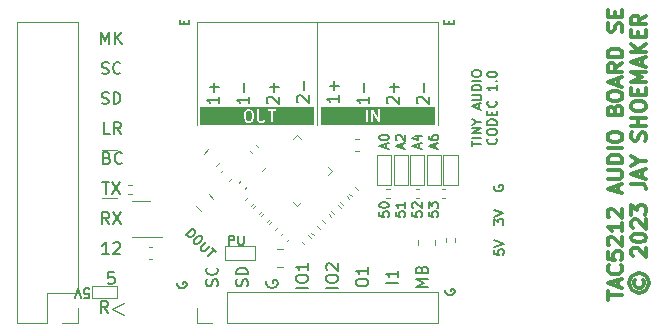
<source format=gbr>
%TF.GenerationSoftware,KiCad,Pcbnew,8.0.7*%
%TF.CreationDate,2024-12-21T09:58:57-05:00*%
%TF.ProjectId,tac5212_audio_board_single_ended,74616335-3231-4325-9f61-7564696f5f62,rev?*%
%TF.SameCoordinates,Original*%
%TF.FileFunction,Legend,Top*%
%TF.FilePolarity,Positive*%
%FSLAX46Y46*%
G04 Gerber Fmt 4.6, Leading zero omitted, Abs format (unit mm)*
G04 Created by KiCad (PCBNEW 8.0.7) date 2024-12-21 09:58:57*
%MOMM*%
%LPD*%
G01*
G04 APERTURE LIST*
%ADD10C,0.300000*%
%ADD11C,0.200000*%
%ADD12C,0.150000*%
%ADD13C,0.120000*%
%ADD14C,0.100000*%
G04 APERTURE END LIST*
D10*
X135506458Y-121921428D02*
X135506458Y-121207142D01*
X136756458Y-121564285D02*
X135506458Y-121564285D01*
X136399315Y-120849999D02*
X136399315Y-120254761D01*
X136756458Y-120969047D02*
X135506458Y-120552380D01*
X135506458Y-120552380D02*
X136756458Y-120135714D01*
X136637411Y-119004761D02*
X136696935Y-119064285D01*
X136696935Y-119064285D02*
X136756458Y-119242856D01*
X136756458Y-119242856D02*
X136756458Y-119361904D01*
X136756458Y-119361904D02*
X136696935Y-119540475D01*
X136696935Y-119540475D02*
X136577887Y-119659523D01*
X136577887Y-119659523D02*
X136458839Y-119719046D01*
X136458839Y-119719046D02*
X136220744Y-119778570D01*
X136220744Y-119778570D02*
X136042173Y-119778570D01*
X136042173Y-119778570D02*
X135804077Y-119719046D01*
X135804077Y-119719046D02*
X135685030Y-119659523D01*
X135685030Y-119659523D02*
X135565982Y-119540475D01*
X135565982Y-119540475D02*
X135506458Y-119361904D01*
X135506458Y-119361904D02*
X135506458Y-119242856D01*
X135506458Y-119242856D02*
X135565982Y-119064285D01*
X135565982Y-119064285D02*
X135625506Y-119004761D01*
X135506458Y-117873808D02*
X135506458Y-118469046D01*
X135506458Y-118469046D02*
X136101696Y-118528570D01*
X136101696Y-118528570D02*
X136042173Y-118469046D01*
X136042173Y-118469046D02*
X135982649Y-118349999D01*
X135982649Y-118349999D02*
X135982649Y-118052380D01*
X135982649Y-118052380D02*
X136042173Y-117933332D01*
X136042173Y-117933332D02*
X136101696Y-117873808D01*
X136101696Y-117873808D02*
X136220744Y-117814285D01*
X136220744Y-117814285D02*
X136518363Y-117814285D01*
X136518363Y-117814285D02*
X136637411Y-117873808D01*
X136637411Y-117873808D02*
X136696935Y-117933332D01*
X136696935Y-117933332D02*
X136756458Y-118052380D01*
X136756458Y-118052380D02*
X136756458Y-118349999D01*
X136756458Y-118349999D02*
X136696935Y-118469046D01*
X136696935Y-118469046D02*
X136637411Y-118528570D01*
X135625506Y-117338094D02*
X135565982Y-117278570D01*
X135565982Y-117278570D02*
X135506458Y-117159523D01*
X135506458Y-117159523D02*
X135506458Y-116861904D01*
X135506458Y-116861904D02*
X135565982Y-116742856D01*
X135565982Y-116742856D02*
X135625506Y-116683332D01*
X135625506Y-116683332D02*
X135744554Y-116623809D01*
X135744554Y-116623809D02*
X135863601Y-116623809D01*
X135863601Y-116623809D02*
X136042173Y-116683332D01*
X136042173Y-116683332D02*
X136756458Y-117397618D01*
X136756458Y-117397618D02*
X136756458Y-116623809D01*
X136756458Y-115433333D02*
X136756458Y-116147618D01*
X136756458Y-115790475D02*
X135506458Y-115790475D01*
X135506458Y-115790475D02*
X135685030Y-115909523D01*
X135685030Y-115909523D02*
X135804077Y-116028571D01*
X135804077Y-116028571D02*
X135863601Y-116147618D01*
X135625506Y-114957142D02*
X135565982Y-114897618D01*
X135565982Y-114897618D02*
X135506458Y-114778571D01*
X135506458Y-114778571D02*
X135506458Y-114480952D01*
X135506458Y-114480952D02*
X135565982Y-114361904D01*
X135565982Y-114361904D02*
X135625506Y-114302380D01*
X135625506Y-114302380D02*
X135744554Y-114242857D01*
X135744554Y-114242857D02*
X135863601Y-114242857D01*
X135863601Y-114242857D02*
X136042173Y-114302380D01*
X136042173Y-114302380D02*
X136756458Y-115016666D01*
X136756458Y-115016666D02*
X136756458Y-114242857D01*
X136399315Y-112814285D02*
X136399315Y-112219047D01*
X136756458Y-112933333D02*
X135506458Y-112516666D01*
X135506458Y-112516666D02*
X136756458Y-112100000D01*
X135506458Y-111683332D02*
X136518363Y-111683332D01*
X136518363Y-111683332D02*
X136637411Y-111623809D01*
X136637411Y-111623809D02*
X136696935Y-111564285D01*
X136696935Y-111564285D02*
X136756458Y-111445237D01*
X136756458Y-111445237D02*
X136756458Y-111207142D01*
X136756458Y-111207142D02*
X136696935Y-111088094D01*
X136696935Y-111088094D02*
X136637411Y-111028571D01*
X136637411Y-111028571D02*
X136518363Y-110969047D01*
X136518363Y-110969047D02*
X135506458Y-110969047D01*
X136756458Y-110373808D02*
X135506458Y-110373808D01*
X135506458Y-110373808D02*
X135506458Y-110076189D01*
X135506458Y-110076189D02*
X135565982Y-109897618D01*
X135565982Y-109897618D02*
X135685030Y-109778570D01*
X135685030Y-109778570D02*
X135804077Y-109719047D01*
X135804077Y-109719047D02*
X136042173Y-109659523D01*
X136042173Y-109659523D02*
X136220744Y-109659523D01*
X136220744Y-109659523D02*
X136458839Y-109719047D01*
X136458839Y-109719047D02*
X136577887Y-109778570D01*
X136577887Y-109778570D02*
X136696935Y-109897618D01*
X136696935Y-109897618D02*
X136756458Y-110076189D01*
X136756458Y-110076189D02*
X136756458Y-110373808D01*
X136756458Y-109123808D02*
X135506458Y-109123808D01*
X135506458Y-108290475D02*
X135506458Y-108052380D01*
X135506458Y-108052380D02*
X135565982Y-107933332D01*
X135565982Y-107933332D02*
X135685030Y-107814285D01*
X135685030Y-107814285D02*
X135923125Y-107754761D01*
X135923125Y-107754761D02*
X136339792Y-107754761D01*
X136339792Y-107754761D02*
X136577887Y-107814285D01*
X136577887Y-107814285D02*
X136696935Y-107933332D01*
X136696935Y-107933332D02*
X136756458Y-108052380D01*
X136756458Y-108052380D02*
X136756458Y-108290475D01*
X136756458Y-108290475D02*
X136696935Y-108409523D01*
X136696935Y-108409523D02*
X136577887Y-108528570D01*
X136577887Y-108528570D02*
X136339792Y-108588094D01*
X136339792Y-108588094D02*
X135923125Y-108588094D01*
X135923125Y-108588094D02*
X135685030Y-108528570D01*
X135685030Y-108528570D02*
X135565982Y-108409523D01*
X135565982Y-108409523D02*
X135506458Y-108290475D01*
X136101696Y-105849999D02*
X136161220Y-105671427D01*
X136161220Y-105671427D02*
X136220744Y-105611904D01*
X136220744Y-105611904D02*
X136339792Y-105552380D01*
X136339792Y-105552380D02*
X136518363Y-105552380D01*
X136518363Y-105552380D02*
X136637411Y-105611904D01*
X136637411Y-105611904D02*
X136696935Y-105671427D01*
X136696935Y-105671427D02*
X136756458Y-105790475D01*
X136756458Y-105790475D02*
X136756458Y-106266665D01*
X136756458Y-106266665D02*
X135506458Y-106266665D01*
X135506458Y-106266665D02*
X135506458Y-105849999D01*
X135506458Y-105849999D02*
X135565982Y-105730951D01*
X135565982Y-105730951D02*
X135625506Y-105671427D01*
X135625506Y-105671427D02*
X135744554Y-105611904D01*
X135744554Y-105611904D02*
X135863601Y-105611904D01*
X135863601Y-105611904D02*
X135982649Y-105671427D01*
X135982649Y-105671427D02*
X136042173Y-105730951D01*
X136042173Y-105730951D02*
X136101696Y-105849999D01*
X136101696Y-105849999D02*
X136101696Y-106266665D01*
X135506458Y-104778570D02*
X135506458Y-104540475D01*
X135506458Y-104540475D02*
X135565982Y-104421427D01*
X135565982Y-104421427D02*
X135685030Y-104302380D01*
X135685030Y-104302380D02*
X135923125Y-104242856D01*
X135923125Y-104242856D02*
X136339792Y-104242856D01*
X136339792Y-104242856D02*
X136577887Y-104302380D01*
X136577887Y-104302380D02*
X136696935Y-104421427D01*
X136696935Y-104421427D02*
X136756458Y-104540475D01*
X136756458Y-104540475D02*
X136756458Y-104778570D01*
X136756458Y-104778570D02*
X136696935Y-104897618D01*
X136696935Y-104897618D02*
X136577887Y-105016665D01*
X136577887Y-105016665D02*
X136339792Y-105076189D01*
X136339792Y-105076189D02*
X135923125Y-105076189D01*
X135923125Y-105076189D02*
X135685030Y-105016665D01*
X135685030Y-105016665D02*
X135565982Y-104897618D01*
X135565982Y-104897618D02*
X135506458Y-104778570D01*
X136399315Y-103766665D02*
X136399315Y-103171427D01*
X136756458Y-103885713D02*
X135506458Y-103469046D01*
X135506458Y-103469046D02*
X136756458Y-103052380D01*
X136756458Y-101921427D02*
X136161220Y-102338093D01*
X136756458Y-102635712D02*
X135506458Y-102635712D01*
X135506458Y-102635712D02*
X135506458Y-102159522D01*
X135506458Y-102159522D02*
X135565982Y-102040474D01*
X135565982Y-102040474D02*
X135625506Y-101980951D01*
X135625506Y-101980951D02*
X135744554Y-101921427D01*
X135744554Y-101921427D02*
X135923125Y-101921427D01*
X135923125Y-101921427D02*
X136042173Y-101980951D01*
X136042173Y-101980951D02*
X136101696Y-102040474D01*
X136101696Y-102040474D02*
X136161220Y-102159522D01*
X136161220Y-102159522D02*
X136161220Y-102635712D01*
X136756458Y-101385712D02*
X135506458Y-101385712D01*
X135506458Y-101385712D02*
X135506458Y-101088093D01*
X135506458Y-101088093D02*
X135565982Y-100909522D01*
X135565982Y-100909522D02*
X135685030Y-100790474D01*
X135685030Y-100790474D02*
X135804077Y-100730951D01*
X135804077Y-100730951D02*
X136042173Y-100671427D01*
X136042173Y-100671427D02*
X136220744Y-100671427D01*
X136220744Y-100671427D02*
X136458839Y-100730951D01*
X136458839Y-100730951D02*
X136577887Y-100790474D01*
X136577887Y-100790474D02*
X136696935Y-100909522D01*
X136696935Y-100909522D02*
X136756458Y-101088093D01*
X136756458Y-101088093D02*
X136756458Y-101385712D01*
X136696935Y-99242855D02*
X136756458Y-99064284D01*
X136756458Y-99064284D02*
X136756458Y-98766665D01*
X136756458Y-98766665D02*
X136696935Y-98647617D01*
X136696935Y-98647617D02*
X136637411Y-98588093D01*
X136637411Y-98588093D02*
X136518363Y-98528570D01*
X136518363Y-98528570D02*
X136399315Y-98528570D01*
X136399315Y-98528570D02*
X136280268Y-98588093D01*
X136280268Y-98588093D02*
X136220744Y-98647617D01*
X136220744Y-98647617D02*
X136161220Y-98766665D01*
X136161220Y-98766665D02*
X136101696Y-99004760D01*
X136101696Y-99004760D02*
X136042173Y-99123808D01*
X136042173Y-99123808D02*
X135982649Y-99183331D01*
X135982649Y-99183331D02*
X135863601Y-99242855D01*
X135863601Y-99242855D02*
X135744554Y-99242855D01*
X135744554Y-99242855D02*
X135625506Y-99183331D01*
X135625506Y-99183331D02*
X135565982Y-99123808D01*
X135565982Y-99123808D02*
X135506458Y-99004760D01*
X135506458Y-99004760D02*
X135506458Y-98707141D01*
X135506458Y-98707141D02*
X135565982Y-98528570D01*
X136101696Y-97992855D02*
X136101696Y-97576189D01*
X136756458Y-97397617D02*
X136756458Y-97992855D01*
X136756458Y-97992855D02*
X135506458Y-97992855D01*
X135506458Y-97992855D02*
X135506458Y-97397617D01*
X137816507Y-120254761D02*
X137756984Y-120373808D01*
X137756984Y-120373808D02*
X137756984Y-120611904D01*
X137756984Y-120611904D02*
X137816507Y-120730951D01*
X137816507Y-120730951D02*
X137935555Y-120849999D01*
X137935555Y-120849999D02*
X138054603Y-120909523D01*
X138054603Y-120909523D02*
X138292698Y-120909523D01*
X138292698Y-120909523D02*
X138411745Y-120849999D01*
X138411745Y-120849999D02*
X138530793Y-120730951D01*
X138530793Y-120730951D02*
X138590317Y-120611904D01*
X138590317Y-120611904D02*
X138590317Y-120373808D01*
X138590317Y-120373808D02*
X138530793Y-120254761D01*
X137340317Y-120492856D02*
X137399841Y-120790475D01*
X137399841Y-120790475D02*
X137578412Y-121088094D01*
X137578412Y-121088094D02*
X137876031Y-121266665D01*
X137876031Y-121266665D02*
X138173650Y-121326189D01*
X138173650Y-121326189D02*
X138471269Y-121266665D01*
X138471269Y-121266665D02*
X138768888Y-121088094D01*
X138768888Y-121088094D02*
X138947460Y-120790475D01*
X138947460Y-120790475D02*
X139006984Y-120492856D01*
X139006984Y-120492856D02*
X138947460Y-120195237D01*
X138947460Y-120195237D02*
X138768888Y-119897618D01*
X138768888Y-119897618D02*
X138471269Y-119719046D01*
X138471269Y-119719046D02*
X138173650Y-119659523D01*
X138173650Y-119659523D02*
X137876031Y-119719046D01*
X137876031Y-119719046D02*
X137578412Y-119897618D01*
X137578412Y-119897618D02*
X137399841Y-120195237D01*
X137399841Y-120195237D02*
X137340317Y-120492856D01*
X137637936Y-118230951D02*
X137578412Y-118171427D01*
X137578412Y-118171427D02*
X137518888Y-118052380D01*
X137518888Y-118052380D02*
X137518888Y-117754761D01*
X137518888Y-117754761D02*
X137578412Y-117635713D01*
X137578412Y-117635713D02*
X137637936Y-117576189D01*
X137637936Y-117576189D02*
X137756984Y-117516666D01*
X137756984Y-117516666D02*
X137876031Y-117516666D01*
X137876031Y-117516666D02*
X138054603Y-117576189D01*
X138054603Y-117576189D02*
X138768888Y-118290475D01*
X138768888Y-118290475D02*
X138768888Y-117516666D01*
X137518888Y-116742856D02*
X137518888Y-116623809D01*
X137518888Y-116623809D02*
X137578412Y-116504761D01*
X137578412Y-116504761D02*
X137637936Y-116445237D01*
X137637936Y-116445237D02*
X137756984Y-116385713D01*
X137756984Y-116385713D02*
X137995079Y-116326190D01*
X137995079Y-116326190D02*
X138292698Y-116326190D01*
X138292698Y-116326190D02*
X138530793Y-116385713D01*
X138530793Y-116385713D02*
X138649841Y-116445237D01*
X138649841Y-116445237D02*
X138709365Y-116504761D01*
X138709365Y-116504761D02*
X138768888Y-116623809D01*
X138768888Y-116623809D02*
X138768888Y-116742856D01*
X138768888Y-116742856D02*
X138709365Y-116861904D01*
X138709365Y-116861904D02*
X138649841Y-116921428D01*
X138649841Y-116921428D02*
X138530793Y-116980951D01*
X138530793Y-116980951D02*
X138292698Y-117040475D01*
X138292698Y-117040475D02*
X137995079Y-117040475D01*
X137995079Y-117040475D02*
X137756984Y-116980951D01*
X137756984Y-116980951D02*
X137637936Y-116921428D01*
X137637936Y-116921428D02*
X137578412Y-116861904D01*
X137578412Y-116861904D02*
X137518888Y-116742856D01*
X137637936Y-115849999D02*
X137578412Y-115790475D01*
X137578412Y-115790475D02*
X137518888Y-115671428D01*
X137518888Y-115671428D02*
X137518888Y-115373809D01*
X137518888Y-115373809D02*
X137578412Y-115254761D01*
X137578412Y-115254761D02*
X137637936Y-115195237D01*
X137637936Y-115195237D02*
X137756984Y-115135714D01*
X137756984Y-115135714D02*
X137876031Y-115135714D01*
X137876031Y-115135714D02*
X138054603Y-115195237D01*
X138054603Y-115195237D02*
X138768888Y-115909523D01*
X138768888Y-115909523D02*
X138768888Y-115135714D01*
X137518888Y-114719047D02*
X137518888Y-113945238D01*
X137518888Y-113945238D02*
X137995079Y-114361904D01*
X137995079Y-114361904D02*
X137995079Y-114183333D01*
X137995079Y-114183333D02*
X138054603Y-114064285D01*
X138054603Y-114064285D02*
X138114126Y-114004761D01*
X138114126Y-114004761D02*
X138233174Y-113945238D01*
X138233174Y-113945238D02*
X138530793Y-113945238D01*
X138530793Y-113945238D02*
X138649841Y-114004761D01*
X138649841Y-114004761D02*
X138709365Y-114064285D01*
X138709365Y-114064285D02*
X138768888Y-114183333D01*
X138768888Y-114183333D02*
X138768888Y-114540476D01*
X138768888Y-114540476D02*
X138709365Y-114659523D01*
X138709365Y-114659523D02*
X138649841Y-114719047D01*
X137518888Y-112100000D02*
X138411745Y-112100000D01*
X138411745Y-112100000D02*
X138590317Y-112159523D01*
X138590317Y-112159523D02*
X138709365Y-112278571D01*
X138709365Y-112278571D02*
X138768888Y-112457142D01*
X138768888Y-112457142D02*
X138768888Y-112576190D01*
X138411745Y-111564285D02*
X138411745Y-110969047D01*
X138768888Y-111683333D02*
X137518888Y-111266666D01*
X137518888Y-111266666D02*
X138768888Y-110850000D01*
X138173650Y-110195237D02*
X138768888Y-110195237D01*
X137518888Y-110611904D02*
X138173650Y-110195237D01*
X138173650Y-110195237D02*
X137518888Y-109778571D01*
X138709365Y-108469046D02*
X138768888Y-108290475D01*
X138768888Y-108290475D02*
X138768888Y-107992856D01*
X138768888Y-107992856D02*
X138709365Y-107873808D01*
X138709365Y-107873808D02*
X138649841Y-107814284D01*
X138649841Y-107814284D02*
X138530793Y-107754761D01*
X138530793Y-107754761D02*
X138411745Y-107754761D01*
X138411745Y-107754761D02*
X138292698Y-107814284D01*
X138292698Y-107814284D02*
X138233174Y-107873808D01*
X138233174Y-107873808D02*
X138173650Y-107992856D01*
X138173650Y-107992856D02*
X138114126Y-108230951D01*
X138114126Y-108230951D02*
X138054603Y-108349999D01*
X138054603Y-108349999D02*
X137995079Y-108409522D01*
X137995079Y-108409522D02*
X137876031Y-108469046D01*
X137876031Y-108469046D02*
X137756984Y-108469046D01*
X137756984Y-108469046D02*
X137637936Y-108409522D01*
X137637936Y-108409522D02*
X137578412Y-108349999D01*
X137578412Y-108349999D02*
X137518888Y-108230951D01*
X137518888Y-108230951D02*
X137518888Y-107933332D01*
X137518888Y-107933332D02*
X137578412Y-107754761D01*
X138768888Y-107219046D02*
X137518888Y-107219046D01*
X138114126Y-107219046D02*
X138114126Y-106504761D01*
X138768888Y-106504761D02*
X137518888Y-106504761D01*
X137518888Y-105671427D02*
X137518888Y-105433332D01*
X137518888Y-105433332D02*
X137578412Y-105314284D01*
X137578412Y-105314284D02*
X137697460Y-105195237D01*
X137697460Y-105195237D02*
X137935555Y-105135713D01*
X137935555Y-105135713D02*
X138352222Y-105135713D01*
X138352222Y-105135713D02*
X138590317Y-105195237D01*
X138590317Y-105195237D02*
X138709365Y-105314284D01*
X138709365Y-105314284D02*
X138768888Y-105433332D01*
X138768888Y-105433332D02*
X138768888Y-105671427D01*
X138768888Y-105671427D02*
X138709365Y-105790475D01*
X138709365Y-105790475D02*
X138590317Y-105909522D01*
X138590317Y-105909522D02*
X138352222Y-105969046D01*
X138352222Y-105969046D02*
X137935555Y-105969046D01*
X137935555Y-105969046D02*
X137697460Y-105909522D01*
X137697460Y-105909522D02*
X137578412Y-105790475D01*
X137578412Y-105790475D02*
X137518888Y-105671427D01*
X138114126Y-104599998D02*
X138114126Y-104183332D01*
X138768888Y-104004760D02*
X138768888Y-104599998D01*
X138768888Y-104599998D02*
X137518888Y-104599998D01*
X137518888Y-104599998D02*
X137518888Y-104004760D01*
X138768888Y-103469046D02*
X137518888Y-103469046D01*
X137518888Y-103469046D02*
X138411745Y-103052380D01*
X138411745Y-103052380D02*
X137518888Y-102635713D01*
X137518888Y-102635713D02*
X138768888Y-102635713D01*
X138411745Y-102099999D02*
X138411745Y-101504761D01*
X138768888Y-102219047D02*
X137518888Y-101802380D01*
X137518888Y-101802380D02*
X138768888Y-101385714D01*
X138768888Y-100969046D02*
X137518888Y-100969046D01*
X138768888Y-100254761D02*
X138054603Y-100790475D01*
X137518888Y-100254761D02*
X138233174Y-100969046D01*
X138114126Y-99719046D02*
X138114126Y-99302380D01*
X138768888Y-99123808D02*
X138768888Y-99719046D01*
X138768888Y-99719046D02*
X137518888Y-99719046D01*
X137518888Y-99719046D02*
X137518888Y-99123808D01*
X138768888Y-97873809D02*
X138173650Y-98290475D01*
X138768888Y-98588094D02*
X137518888Y-98588094D01*
X137518888Y-98588094D02*
X137518888Y-98111904D01*
X137518888Y-98111904D02*
X137578412Y-97992856D01*
X137578412Y-97992856D02*
X137637936Y-97933333D01*
X137637936Y-97933333D02*
X137756984Y-97873809D01*
X137756984Y-97873809D02*
X137935555Y-97873809D01*
X137935555Y-97873809D02*
X138054603Y-97933333D01*
X138054603Y-97933333D02*
X138114126Y-97992856D01*
X138114126Y-97992856D02*
X138173650Y-98111904D01*
X138173650Y-98111904D02*
X138173650Y-98588094D01*
D11*
X124027695Y-108957141D02*
X124027695Y-108499998D01*
X124827695Y-108728570D02*
X124027695Y-108728570D01*
X124827695Y-108233331D02*
X124027695Y-108233331D01*
X124827695Y-107852379D02*
X124027695Y-107852379D01*
X124027695Y-107852379D02*
X124827695Y-107395236D01*
X124827695Y-107395236D02*
X124027695Y-107395236D01*
X124446742Y-106861903D02*
X124827695Y-106861903D01*
X124027695Y-107128570D02*
X124446742Y-106861903D01*
X124446742Y-106861903D02*
X124027695Y-106595237D01*
X124599123Y-105757142D02*
X124599123Y-105376189D01*
X124827695Y-105833332D02*
X124027695Y-105566665D01*
X124027695Y-105566665D02*
X124827695Y-105299999D01*
X124027695Y-105033332D02*
X124675314Y-105033332D01*
X124675314Y-105033332D02*
X124751504Y-104995237D01*
X124751504Y-104995237D02*
X124789600Y-104957142D01*
X124789600Y-104957142D02*
X124827695Y-104880951D01*
X124827695Y-104880951D02*
X124827695Y-104728570D01*
X124827695Y-104728570D02*
X124789600Y-104652380D01*
X124789600Y-104652380D02*
X124751504Y-104614285D01*
X124751504Y-104614285D02*
X124675314Y-104576189D01*
X124675314Y-104576189D02*
X124027695Y-104576189D01*
X124827695Y-104195237D02*
X124027695Y-104195237D01*
X124027695Y-104195237D02*
X124027695Y-104004761D01*
X124027695Y-104004761D02*
X124065790Y-103890475D01*
X124065790Y-103890475D02*
X124141980Y-103814285D01*
X124141980Y-103814285D02*
X124218171Y-103776190D01*
X124218171Y-103776190D02*
X124370552Y-103738094D01*
X124370552Y-103738094D02*
X124484838Y-103738094D01*
X124484838Y-103738094D02*
X124637219Y-103776190D01*
X124637219Y-103776190D02*
X124713409Y-103814285D01*
X124713409Y-103814285D02*
X124789600Y-103890475D01*
X124789600Y-103890475D02*
X124827695Y-104004761D01*
X124827695Y-104004761D02*
X124827695Y-104195237D01*
X124827695Y-103395237D02*
X124027695Y-103395237D01*
X124027695Y-102861904D02*
X124027695Y-102709523D01*
X124027695Y-102709523D02*
X124065790Y-102633333D01*
X124065790Y-102633333D02*
X124141980Y-102557142D01*
X124141980Y-102557142D02*
X124294361Y-102519047D01*
X124294361Y-102519047D02*
X124561028Y-102519047D01*
X124561028Y-102519047D02*
X124713409Y-102557142D01*
X124713409Y-102557142D02*
X124789600Y-102633333D01*
X124789600Y-102633333D02*
X124827695Y-102709523D01*
X124827695Y-102709523D02*
X124827695Y-102861904D01*
X124827695Y-102861904D02*
X124789600Y-102938095D01*
X124789600Y-102938095D02*
X124713409Y-103014285D01*
X124713409Y-103014285D02*
X124561028Y-103052381D01*
X124561028Y-103052381D02*
X124294361Y-103052381D01*
X124294361Y-103052381D02*
X124141980Y-103014285D01*
X124141980Y-103014285D02*
X124065790Y-102938095D01*
X124065790Y-102938095D02*
X124027695Y-102861904D01*
X126039459Y-108290475D02*
X126077555Y-108328571D01*
X126077555Y-108328571D02*
X126115650Y-108442856D01*
X126115650Y-108442856D02*
X126115650Y-108519047D01*
X126115650Y-108519047D02*
X126077555Y-108633333D01*
X126077555Y-108633333D02*
X126001364Y-108709523D01*
X126001364Y-108709523D02*
X125925174Y-108747618D01*
X125925174Y-108747618D02*
X125772793Y-108785714D01*
X125772793Y-108785714D02*
X125658507Y-108785714D01*
X125658507Y-108785714D02*
X125506126Y-108747618D01*
X125506126Y-108747618D02*
X125429935Y-108709523D01*
X125429935Y-108709523D02*
X125353745Y-108633333D01*
X125353745Y-108633333D02*
X125315650Y-108519047D01*
X125315650Y-108519047D02*
X125315650Y-108442856D01*
X125315650Y-108442856D02*
X125353745Y-108328571D01*
X125353745Y-108328571D02*
X125391840Y-108290475D01*
X125315650Y-107795237D02*
X125315650Y-107642856D01*
X125315650Y-107642856D02*
X125353745Y-107566666D01*
X125353745Y-107566666D02*
X125429935Y-107490475D01*
X125429935Y-107490475D02*
X125582316Y-107452380D01*
X125582316Y-107452380D02*
X125848983Y-107452380D01*
X125848983Y-107452380D02*
X126001364Y-107490475D01*
X126001364Y-107490475D02*
X126077555Y-107566666D01*
X126077555Y-107566666D02*
X126115650Y-107642856D01*
X126115650Y-107642856D02*
X126115650Y-107795237D01*
X126115650Y-107795237D02*
X126077555Y-107871428D01*
X126077555Y-107871428D02*
X126001364Y-107947618D01*
X126001364Y-107947618D02*
X125848983Y-107985714D01*
X125848983Y-107985714D02*
X125582316Y-107985714D01*
X125582316Y-107985714D02*
X125429935Y-107947618D01*
X125429935Y-107947618D02*
X125353745Y-107871428D01*
X125353745Y-107871428D02*
X125315650Y-107795237D01*
X126115650Y-107109523D02*
X125315650Y-107109523D01*
X125315650Y-107109523D02*
X125315650Y-106919047D01*
X125315650Y-106919047D02*
X125353745Y-106804761D01*
X125353745Y-106804761D02*
X125429935Y-106728571D01*
X125429935Y-106728571D02*
X125506126Y-106690476D01*
X125506126Y-106690476D02*
X125658507Y-106652380D01*
X125658507Y-106652380D02*
X125772793Y-106652380D01*
X125772793Y-106652380D02*
X125925174Y-106690476D01*
X125925174Y-106690476D02*
X126001364Y-106728571D01*
X126001364Y-106728571D02*
X126077555Y-106804761D01*
X126077555Y-106804761D02*
X126115650Y-106919047D01*
X126115650Y-106919047D02*
X126115650Y-107109523D01*
X125696602Y-106309523D02*
X125696602Y-106042857D01*
X126115650Y-105928571D02*
X126115650Y-106309523D01*
X126115650Y-106309523D02*
X125315650Y-106309523D01*
X125315650Y-106309523D02*
X125315650Y-105928571D01*
X126039459Y-105128570D02*
X126077555Y-105166666D01*
X126077555Y-105166666D02*
X126115650Y-105280951D01*
X126115650Y-105280951D02*
X126115650Y-105357142D01*
X126115650Y-105357142D02*
X126077555Y-105471428D01*
X126077555Y-105471428D02*
X126001364Y-105547618D01*
X126001364Y-105547618D02*
X125925174Y-105585713D01*
X125925174Y-105585713D02*
X125772793Y-105623809D01*
X125772793Y-105623809D02*
X125658507Y-105623809D01*
X125658507Y-105623809D02*
X125506126Y-105585713D01*
X125506126Y-105585713D02*
X125429935Y-105547618D01*
X125429935Y-105547618D02*
X125353745Y-105471428D01*
X125353745Y-105471428D02*
X125315650Y-105357142D01*
X125315650Y-105357142D02*
X125315650Y-105280951D01*
X125315650Y-105280951D02*
X125353745Y-105166666D01*
X125353745Y-105166666D02*
X125391840Y-105128570D01*
X126115650Y-103757142D02*
X126115650Y-104214285D01*
X126115650Y-103985713D02*
X125315650Y-103985713D01*
X125315650Y-103985713D02*
X125429935Y-104061904D01*
X125429935Y-104061904D02*
X125506126Y-104138094D01*
X125506126Y-104138094D02*
X125544221Y-104214285D01*
X126039459Y-103414284D02*
X126077555Y-103376189D01*
X126077555Y-103376189D02*
X126115650Y-103414284D01*
X126115650Y-103414284D02*
X126077555Y-103452380D01*
X126077555Y-103452380D02*
X126039459Y-103414284D01*
X126039459Y-103414284D02*
X126115650Y-103414284D01*
X125315650Y-102880951D02*
X125315650Y-102804761D01*
X125315650Y-102804761D02*
X125353745Y-102728570D01*
X125353745Y-102728570D02*
X125391840Y-102690475D01*
X125391840Y-102690475D02*
X125468031Y-102652380D01*
X125468031Y-102652380D02*
X125620412Y-102614285D01*
X125620412Y-102614285D02*
X125810888Y-102614285D01*
X125810888Y-102614285D02*
X125963269Y-102652380D01*
X125963269Y-102652380D02*
X126039459Y-102690475D01*
X126039459Y-102690475D02*
X126077555Y-102728570D01*
X126077555Y-102728570D02*
X126115650Y-102804761D01*
X126115650Y-102804761D02*
X126115650Y-102880951D01*
X126115650Y-102880951D02*
X126077555Y-102957142D01*
X126077555Y-102957142D02*
X126039459Y-102995237D01*
X126039459Y-102995237D02*
X125963269Y-103033332D01*
X125963269Y-103033332D02*
X125810888Y-103071428D01*
X125810888Y-103071428D02*
X125620412Y-103071428D01*
X125620412Y-103071428D02*
X125468031Y-103033332D01*
X125468031Y-103033332D02*
X125391840Y-102995237D01*
X125391840Y-102995237D02*
X125353745Y-102957142D01*
X125353745Y-102957142D02*
X125315650Y-102880951D01*
D12*
X114207319Y-120571428D02*
X114207319Y-120380952D01*
X114207319Y-120380952D02*
X114254938Y-120285714D01*
X114254938Y-120285714D02*
X114350176Y-120190476D01*
X114350176Y-120190476D02*
X114540652Y-120142857D01*
X114540652Y-120142857D02*
X114873985Y-120142857D01*
X114873985Y-120142857D02*
X115064461Y-120190476D01*
X115064461Y-120190476D02*
X115159700Y-120285714D01*
X115159700Y-120285714D02*
X115207319Y-120380952D01*
X115207319Y-120380952D02*
X115207319Y-120571428D01*
X115207319Y-120571428D02*
X115159700Y-120666666D01*
X115159700Y-120666666D02*
X115064461Y-120761904D01*
X115064461Y-120761904D02*
X114873985Y-120809523D01*
X114873985Y-120809523D02*
X114540652Y-120809523D01*
X114540652Y-120809523D02*
X114350176Y-120761904D01*
X114350176Y-120761904D02*
X114254938Y-120666666D01*
X114254938Y-120666666D02*
X114207319Y-120571428D01*
X115207319Y-119190476D02*
X115207319Y-119761904D01*
X115207319Y-119476190D02*
X114207319Y-119476190D01*
X114207319Y-119476190D02*
X114350176Y-119571428D01*
X114350176Y-119571428D02*
X114445414Y-119666666D01*
X114445414Y-119666666D02*
X114493033Y-119761904D01*
X119442557Y-105304761D02*
X119394938Y-105257142D01*
X119394938Y-105257142D02*
X119347319Y-105161904D01*
X119347319Y-105161904D02*
X119347319Y-104923809D01*
X119347319Y-104923809D02*
X119394938Y-104828571D01*
X119394938Y-104828571D02*
X119442557Y-104780952D01*
X119442557Y-104780952D02*
X119537795Y-104733333D01*
X119537795Y-104733333D02*
X119633033Y-104733333D01*
X119633033Y-104733333D02*
X119775890Y-104780952D01*
X119775890Y-104780952D02*
X120347319Y-105352380D01*
X120347319Y-105352380D02*
X120347319Y-104733333D01*
X119966366Y-104304761D02*
X119966366Y-103542857D01*
X109282557Y-105209761D02*
X109234938Y-105162142D01*
X109234938Y-105162142D02*
X109187319Y-105066904D01*
X109187319Y-105066904D02*
X109187319Y-104828809D01*
X109187319Y-104828809D02*
X109234938Y-104733571D01*
X109234938Y-104733571D02*
X109282557Y-104685952D01*
X109282557Y-104685952D02*
X109377795Y-104638333D01*
X109377795Y-104638333D02*
X109473033Y-104638333D01*
X109473033Y-104638333D02*
X109615890Y-104685952D01*
X109615890Y-104685952D02*
X110187319Y-105257380D01*
X110187319Y-105257380D02*
X110187319Y-104638333D01*
X109806366Y-104209761D02*
X109806366Y-103447857D01*
X102459700Y-120785713D02*
X102507319Y-120642856D01*
X102507319Y-120642856D02*
X102507319Y-120404761D01*
X102507319Y-120404761D02*
X102459700Y-120309523D01*
X102459700Y-120309523D02*
X102412080Y-120261904D01*
X102412080Y-120261904D02*
X102316842Y-120214285D01*
X102316842Y-120214285D02*
X102221604Y-120214285D01*
X102221604Y-120214285D02*
X102126366Y-120261904D01*
X102126366Y-120261904D02*
X102078747Y-120309523D01*
X102078747Y-120309523D02*
X102031128Y-120404761D01*
X102031128Y-120404761D02*
X101983509Y-120595237D01*
X101983509Y-120595237D02*
X101935890Y-120690475D01*
X101935890Y-120690475D02*
X101888271Y-120738094D01*
X101888271Y-120738094D02*
X101793033Y-120785713D01*
X101793033Y-120785713D02*
X101697795Y-120785713D01*
X101697795Y-120785713D02*
X101602557Y-120738094D01*
X101602557Y-120738094D02*
X101554938Y-120690475D01*
X101554938Y-120690475D02*
X101507319Y-120595237D01*
X101507319Y-120595237D02*
X101507319Y-120357142D01*
X101507319Y-120357142D02*
X101554938Y-120214285D01*
X102412080Y-119214285D02*
X102459700Y-119261904D01*
X102459700Y-119261904D02*
X102507319Y-119404761D01*
X102507319Y-119404761D02*
X102507319Y-119499999D01*
X102507319Y-119499999D02*
X102459700Y-119642856D01*
X102459700Y-119642856D02*
X102364461Y-119738094D01*
X102364461Y-119738094D02*
X102269223Y-119785713D01*
X102269223Y-119785713D02*
X102078747Y-119833332D01*
X102078747Y-119833332D02*
X101935890Y-119833332D01*
X101935890Y-119833332D02*
X101745414Y-119785713D01*
X101745414Y-119785713D02*
X101650176Y-119738094D01*
X101650176Y-119738094D02*
X101554938Y-119642856D01*
X101554938Y-119642856D02*
X101507319Y-119499999D01*
X101507319Y-119499999D02*
X101507319Y-119404761D01*
X101507319Y-119404761D02*
X101554938Y-119261904D01*
X101554938Y-119261904D02*
X101602557Y-119214285D01*
X93192023Y-123059819D02*
X92858690Y-122583628D01*
X92620595Y-123059819D02*
X92620595Y-122059819D01*
X92620595Y-122059819D02*
X93001547Y-122059819D01*
X93001547Y-122059819D02*
X93096785Y-122107438D01*
X93096785Y-122107438D02*
X93144404Y-122155057D01*
X93144404Y-122155057D02*
X93192023Y-122250295D01*
X93192023Y-122250295D02*
X93192023Y-122393152D01*
X93192023Y-122393152D02*
X93144404Y-122488390D01*
X93144404Y-122488390D02*
X93096785Y-122536009D01*
X93096785Y-122536009D02*
X93001547Y-122583628D01*
X93001547Y-122583628D02*
X92620595Y-122583628D01*
X105107319Y-104733333D02*
X105107319Y-105304761D01*
X105107319Y-105019047D02*
X104107319Y-105019047D01*
X104107319Y-105019047D02*
X104250176Y-105114285D01*
X104250176Y-105114285D02*
X104345414Y-105209523D01*
X104345414Y-105209523D02*
X104393033Y-105304761D01*
X104726366Y-104304761D02*
X104726366Y-103542857D01*
X125884795Y-115614523D02*
X125884795Y-115119285D01*
X125884795Y-115119285D02*
X126189557Y-115385951D01*
X126189557Y-115385951D02*
X126189557Y-115271666D01*
X126189557Y-115271666D02*
X126227652Y-115195475D01*
X126227652Y-115195475D02*
X126265747Y-115157380D01*
X126265747Y-115157380D02*
X126341938Y-115119285D01*
X126341938Y-115119285D02*
X126532414Y-115119285D01*
X126532414Y-115119285D02*
X126608604Y-115157380D01*
X126608604Y-115157380D02*
X126646700Y-115195475D01*
X126646700Y-115195475D02*
X126684795Y-115271666D01*
X126684795Y-115271666D02*
X126684795Y-115500237D01*
X126684795Y-115500237D02*
X126646700Y-115576428D01*
X126646700Y-115576428D02*
X126608604Y-115614523D01*
X125884795Y-114890713D02*
X126684795Y-114624046D01*
X126684795Y-114624046D02*
X125884795Y-114357380D01*
X115267319Y-104733333D02*
X115267319Y-105304761D01*
X115267319Y-105019047D02*
X114267319Y-105019047D01*
X114267319Y-105019047D02*
X114410176Y-105114285D01*
X114410176Y-105114285D02*
X114505414Y-105209523D01*
X114505414Y-105209523D02*
X114553033Y-105304761D01*
X114886366Y-104304761D02*
X114886366Y-103542857D01*
X125907890Y-112270476D02*
X125869795Y-112346666D01*
X125869795Y-112346666D02*
X125869795Y-112460952D01*
X125869795Y-112460952D02*
X125907890Y-112575238D01*
X125907890Y-112575238D02*
X125984080Y-112651428D01*
X125984080Y-112651428D02*
X126060271Y-112689523D01*
X126060271Y-112689523D02*
X126212652Y-112727619D01*
X126212652Y-112727619D02*
X126326938Y-112727619D01*
X126326938Y-112727619D02*
X126479319Y-112689523D01*
X126479319Y-112689523D02*
X126555509Y-112651428D01*
X126555509Y-112651428D02*
X126631700Y-112575238D01*
X126631700Y-112575238D02*
X126669795Y-112460952D01*
X126669795Y-112460952D02*
X126669795Y-112384761D01*
X126669795Y-112384761D02*
X126631700Y-112270476D01*
X126631700Y-112270476D02*
X126593604Y-112232380D01*
X126593604Y-112232380D02*
X126326938Y-112232380D01*
X126326938Y-112232380D02*
X126326938Y-112384761D01*
G36*
X105273787Y-105969077D02*
G01*
X105345729Y-106041019D01*
X105386071Y-106202386D01*
X105386071Y-106517251D01*
X105345729Y-106678617D01*
X105273786Y-106750561D01*
X105205271Y-106784819D01*
X105050205Y-106784819D01*
X104981689Y-106750561D01*
X104909746Y-106678617D01*
X104869405Y-106517251D01*
X104869405Y-106202386D01*
X104909746Y-106041019D01*
X104981689Y-105969077D01*
X105050205Y-105934819D01*
X105205271Y-105934819D01*
X105273787Y-105969077D01*
G37*
G36*
X107550503Y-107045930D02*
G01*
X104608294Y-107045930D01*
X104608294Y-106193152D01*
X104719405Y-106193152D01*
X104719405Y-106526485D01*
X104719656Y-106529038D01*
X104719494Y-106530131D01*
X104720303Y-106535604D01*
X104720846Y-106541117D01*
X104721268Y-106542138D01*
X104721644Y-106544675D01*
X104769263Y-106735151D01*
X104774210Y-106748997D01*
X104777529Y-106753476D01*
X104779663Y-106758628D01*
X104788991Y-106769994D01*
X104884229Y-106865233D01*
X104889979Y-106869953D01*
X104891278Y-106871450D01*
X104893532Y-106872869D01*
X104895594Y-106874561D01*
X104897426Y-106875319D01*
X104903721Y-106879282D01*
X104998959Y-106926901D01*
X105012690Y-106932156D01*
X105015379Y-106932347D01*
X105017868Y-106933378D01*
X105032500Y-106934819D01*
X105222976Y-106934819D01*
X105237608Y-106933378D01*
X105240097Y-106932346D01*
X105242785Y-106932156D01*
X105256517Y-106926901D01*
X105351755Y-106879282D01*
X105358054Y-106875317D01*
X105359882Y-106874560D01*
X105361938Y-106872871D01*
X105364198Y-106871450D01*
X105365497Y-106869951D01*
X105371247Y-106865233D01*
X105466486Y-106769993D01*
X105475813Y-106758628D01*
X105477946Y-106753476D01*
X105481266Y-106748997D01*
X105486213Y-106735151D01*
X105533832Y-106544675D01*
X105534207Y-106542138D01*
X105534630Y-106541117D01*
X105535172Y-106535604D01*
X105535982Y-106530131D01*
X105535819Y-106529038D01*
X105536071Y-106526485D01*
X105536071Y-106193152D01*
X105535819Y-106190598D01*
X105535982Y-106189506D01*
X105535172Y-106184032D01*
X105534630Y-106178520D01*
X105534207Y-106177498D01*
X105533832Y-106174962D01*
X105486213Y-105984486D01*
X105481266Y-105970640D01*
X105477947Y-105966161D01*
X105475813Y-105961008D01*
X105466485Y-105949643D01*
X105376661Y-105859819D01*
X105814643Y-105859819D01*
X105814643Y-106669342D01*
X105816084Y-106683974D01*
X105817115Y-106686463D01*
X105817306Y-106689151D01*
X105822561Y-106702883D01*
X105870180Y-106798121D01*
X105874143Y-106804417D01*
X105874901Y-106806247D01*
X105876590Y-106808305D01*
X105878012Y-106810564D01*
X105879510Y-106811863D01*
X105884228Y-106817612D01*
X105931847Y-106865232D01*
X105937596Y-106869950D01*
X105938897Y-106871450D01*
X105941156Y-106872872D01*
X105943213Y-106874560D01*
X105945040Y-106875317D01*
X105951340Y-106879282D01*
X106046578Y-106926901D01*
X106060309Y-106932156D01*
X106062998Y-106932347D01*
X106065487Y-106933378D01*
X106080119Y-106934819D01*
X106270595Y-106934819D01*
X106285227Y-106933378D01*
X106287716Y-106932346D01*
X106290404Y-106932156D01*
X106304136Y-106926901D01*
X106399374Y-106879282D01*
X106405673Y-106875317D01*
X106407501Y-106874560D01*
X106409557Y-106872872D01*
X106411817Y-106871450D01*
X106413117Y-106869950D01*
X106418867Y-106865232D01*
X106466485Y-106817613D01*
X106471203Y-106811863D01*
X106472702Y-106810564D01*
X106474123Y-106808305D01*
X106475813Y-106806247D01*
X106476570Y-106804417D01*
X106480534Y-106798121D01*
X106528153Y-106702883D01*
X106533408Y-106689152D01*
X106533599Y-106686462D01*
X106534630Y-106683974D01*
X106536071Y-106669342D01*
X106536071Y-105859819D01*
X106534630Y-105845187D01*
X106720846Y-105845187D01*
X106720846Y-105874451D01*
X106732045Y-105901487D01*
X106752737Y-105922179D01*
X106779773Y-105933378D01*
X106794405Y-105934819D01*
X107005119Y-105934819D01*
X107005119Y-106859819D01*
X107006560Y-106874451D01*
X107017759Y-106901487D01*
X107038451Y-106922179D01*
X107065487Y-106933378D01*
X107094751Y-106933378D01*
X107121787Y-106922179D01*
X107142479Y-106901487D01*
X107153678Y-106874451D01*
X107155119Y-106859819D01*
X107155119Y-105934819D01*
X107365833Y-105934819D01*
X107380465Y-105933378D01*
X107407501Y-105922179D01*
X107428193Y-105901487D01*
X107439392Y-105874451D01*
X107439392Y-105845187D01*
X107428193Y-105818151D01*
X107407501Y-105797459D01*
X107380465Y-105786260D01*
X107365833Y-105784819D01*
X106794405Y-105784819D01*
X106779773Y-105786260D01*
X106752737Y-105797459D01*
X106732045Y-105818151D01*
X106720846Y-105845187D01*
X106534630Y-105845187D01*
X106523431Y-105818151D01*
X106502739Y-105797459D01*
X106475703Y-105786260D01*
X106446439Y-105786260D01*
X106419403Y-105797459D01*
X106398711Y-105818151D01*
X106387512Y-105845187D01*
X106386071Y-105859819D01*
X106386071Y-106651637D01*
X106351812Y-106720153D01*
X106321405Y-106750561D01*
X106252890Y-106784819D01*
X106097824Y-106784819D01*
X106029308Y-106750561D01*
X105998901Y-106720153D01*
X105964643Y-106651637D01*
X105964643Y-105859819D01*
X105963202Y-105845187D01*
X105952003Y-105818151D01*
X105931311Y-105797459D01*
X105904275Y-105786260D01*
X105875011Y-105786260D01*
X105847975Y-105797459D01*
X105827283Y-105818151D01*
X105816084Y-105845187D01*
X105814643Y-105859819D01*
X105376661Y-105859819D01*
X105371247Y-105854405D01*
X105365497Y-105849686D01*
X105364198Y-105848188D01*
X105361938Y-105846766D01*
X105359882Y-105845078D01*
X105358054Y-105844320D01*
X105351755Y-105840356D01*
X105256517Y-105792737D01*
X105242785Y-105787482D01*
X105240097Y-105787291D01*
X105237608Y-105786260D01*
X105222976Y-105784819D01*
X105032500Y-105784819D01*
X105017868Y-105786260D01*
X105015379Y-105787290D01*
X105012690Y-105787482D01*
X104998959Y-105792737D01*
X104903721Y-105840356D01*
X104897426Y-105844318D01*
X104895594Y-105845077D01*
X104893532Y-105846768D01*
X104891278Y-105848188D01*
X104889979Y-105849684D01*
X104884229Y-105854405D01*
X104788991Y-105949643D01*
X104779664Y-105961008D01*
X104777530Y-105966158D01*
X104774210Y-105970640D01*
X104769263Y-105984486D01*
X104721644Y-106174962D01*
X104721268Y-106177498D01*
X104720846Y-106178520D01*
X104720303Y-106184032D01*
X104719494Y-106189506D01*
X104719656Y-106190598D01*
X104719405Y-106193152D01*
X104608294Y-106193152D01*
X104608294Y-105673708D01*
X107550503Y-105673708D01*
X107550503Y-107045930D01*
G37*
X112727319Y-104638333D02*
X112727319Y-105209761D01*
X112727319Y-104924047D02*
X111727319Y-104924047D01*
X111727319Y-104924047D02*
X111870176Y-105019285D01*
X111870176Y-105019285D02*
X111965414Y-105114523D01*
X111965414Y-105114523D02*
X112013033Y-105209761D01*
X112346366Y-104209761D02*
X112346366Y-103447857D01*
X112727319Y-103828809D02*
X111965414Y-103828809D01*
X93138928Y-109921009D02*
X93281785Y-109968628D01*
X93281785Y-109968628D02*
X93329404Y-110016247D01*
X93329404Y-110016247D02*
X93377023Y-110111485D01*
X93377023Y-110111485D02*
X93377023Y-110254342D01*
X93377023Y-110254342D02*
X93329404Y-110349580D01*
X93329404Y-110349580D02*
X93281785Y-110397200D01*
X93281785Y-110397200D02*
X93186547Y-110444819D01*
X93186547Y-110444819D02*
X92805595Y-110444819D01*
X92805595Y-110444819D02*
X92805595Y-109444819D01*
X92805595Y-109444819D02*
X93138928Y-109444819D01*
X93138928Y-109444819D02*
X93234166Y-109492438D01*
X93234166Y-109492438D02*
X93281785Y-109540057D01*
X93281785Y-109540057D02*
X93329404Y-109635295D01*
X93329404Y-109635295D02*
X93329404Y-109730533D01*
X93329404Y-109730533D02*
X93281785Y-109825771D01*
X93281785Y-109825771D02*
X93234166Y-109873390D01*
X93234166Y-109873390D02*
X93138928Y-109921009D01*
X93138928Y-109921009D02*
X92805595Y-109921009D01*
X94377023Y-110349580D02*
X94329404Y-110397200D01*
X94329404Y-110397200D02*
X94186547Y-110444819D01*
X94186547Y-110444819D02*
X94091309Y-110444819D01*
X94091309Y-110444819D02*
X93948452Y-110397200D01*
X93948452Y-110397200D02*
X93853214Y-110301961D01*
X93853214Y-110301961D02*
X93805595Y-110206723D01*
X93805595Y-110206723D02*
X93757976Y-110016247D01*
X93757976Y-110016247D02*
X93757976Y-109873390D01*
X93757976Y-109873390D02*
X93805595Y-109682914D01*
X93805595Y-109682914D02*
X93853214Y-109587676D01*
X93853214Y-109587676D02*
X93948452Y-109492438D01*
X93948452Y-109492438D02*
X94091309Y-109444819D01*
X94091309Y-109444819D02*
X94186547Y-109444819D01*
X94186547Y-109444819D02*
X94329404Y-109492438D01*
X94329404Y-109492438D02*
X94377023Y-109540057D01*
X93305833Y-115524819D02*
X92972500Y-115048628D01*
X92734405Y-115524819D02*
X92734405Y-114524819D01*
X92734405Y-114524819D02*
X93115357Y-114524819D01*
X93115357Y-114524819D02*
X93210595Y-114572438D01*
X93210595Y-114572438D02*
X93258214Y-114620057D01*
X93258214Y-114620057D02*
X93305833Y-114715295D01*
X93305833Y-114715295D02*
X93305833Y-114858152D01*
X93305833Y-114858152D02*
X93258214Y-114953390D01*
X93258214Y-114953390D02*
X93210595Y-115001009D01*
X93210595Y-115001009D02*
X93115357Y-115048628D01*
X93115357Y-115048628D02*
X92734405Y-115048628D01*
X93639167Y-114524819D02*
X94305833Y-115524819D01*
X94305833Y-114524819D02*
X93639167Y-115524819D01*
X92710595Y-111984819D02*
X93282023Y-111984819D01*
X92996309Y-112984819D02*
X92996309Y-111984819D01*
X93520119Y-111984819D02*
X94186785Y-112984819D01*
X94186785Y-111984819D02*
X93520119Y-112984819D01*
X93377023Y-107904819D02*
X92900833Y-107904819D01*
X92900833Y-107904819D02*
X92900833Y-106904819D01*
X94281785Y-107904819D02*
X93948452Y-107428628D01*
X93710357Y-107904819D02*
X93710357Y-106904819D01*
X93710357Y-106904819D02*
X94091309Y-106904819D01*
X94091309Y-106904819D02*
X94186547Y-106952438D01*
X94186547Y-106952438D02*
X94234166Y-107000057D01*
X94234166Y-107000057D02*
X94281785Y-107095295D01*
X94281785Y-107095295D02*
X94281785Y-107238152D01*
X94281785Y-107238152D02*
X94234166Y-107333390D01*
X94234166Y-107333390D02*
X94186547Y-107381009D01*
X94186547Y-107381009D02*
X94091309Y-107428628D01*
X94091309Y-107428628D02*
X93710357Y-107428628D01*
G36*
X116342420Y-107045747D02*
G01*
X114922580Y-107045747D01*
X114922580Y-105859819D01*
X115033691Y-105859819D01*
X115033691Y-106859819D01*
X115035132Y-106874451D01*
X115046331Y-106901487D01*
X115067023Y-106922179D01*
X115094059Y-106933378D01*
X115123323Y-106933378D01*
X115150359Y-106922179D01*
X115171051Y-106901487D01*
X115182250Y-106874451D01*
X115183691Y-106859819D01*
X115183691Y-105859819D01*
X115509881Y-105859819D01*
X115509881Y-106859819D01*
X115511322Y-106874451D01*
X115522521Y-106901487D01*
X115543213Y-106922179D01*
X115570249Y-106933378D01*
X115599513Y-106933378D01*
X115626549Y-106922179D01*
X115647241Y-106901487D01*
X115658440Y-106874451D01*
X115659881Y-106859819D01*
X115659881Y-106142235D01*
X116091191Y-106897030D01*
X116093380Y-106900114D01*
X116093949Y-106901487D01*
X116095346Y-106902884D01*
X116099701Y-106909019D01*
X116107589Y-106915127D01*
X116114641Y-106922179D01*
X116119059Y-106924009D01*
X116122839Y-106926936D01*
X116132460Y-106929560D01*
X116141677Y-106933378D01*
X116146458Y-106933378D01*
X116151070Y-106934636D01*
X116160967Y-106933378D01*
X116170941Y-106933378D01*
X116175356Y-106931548D01*
X116180100Y-106930946D01*
X116188764Y-106925995D01*
X116197977Y-106922179D01*
X116201355Y-106918800D01*
X116205509Y-106916427D01*
X116211618Y-106908537D01*
X116218669Y-106901487D01*
X116220498Y-106897070D01*
X116223426Y-106893290D01*
X116226050Y-106883666D01*
X116229868Y-106874451D01*
X116230604Y-106866968D01*
X116231126Y-106865058D01*
X116230938Y-106863582D01*
X116231309Y-106859819D01*
X116231309Y-105859819D01*
X116229868Y-105845187D01*
X116218669Y-105818151D01*
X116197977Y-105797459D01*
X116170941Y-105786260D01*
X116141677Y-105786260D01*
X116114641Y-105797459D01*
X116093949Y-105818151D01*
X116082750Y-105845187D01*
X116081309Y-105859819D01*
X116081309Y-106577402D01*
X115649999Y-105822609D01*
X115647810Y-105819525D01*
X115647241Y-105818151D01*
X115645841Y-105816751D01*
X115641489Y-105810619D01*
X115633599Y-105804509D01*
X115626549Y-105797459D01*
X115622132Y-105795629D01*
X115618352Y-105792702D01*
X115608728Y-105790077D01*
X115599513Y-105786260D01*
X115594732Y-105786260D01*
X115590120Y-105785002D01*
X115580223Y-105786260D01*
X115570249Y-105786260D01*
X115565833Y-105788089D01*
X115561090Y-105788692D01*
X115552425Y-105793642D01*
X115543213Y-105797459D01*
X115539834Y-105800837D01*
X115535681Y-105803211D01*
X115529571Y-105811100D01*
X115522521Y-105818151D01*
X115520691Y-105822567D01*
X115517764Y-105826348D01*
X115515139Y-105835971D01*
X115511322Y-105845187D01*
X115510585Y-105852669D01*
X115510064Y-105854580D01*
X115510251Y-105856055D01*
X115509881Y-105859819D01*
X115183691Y-105859819D01*
X115182250Y-105845187D01*
X115171051Y-105818151D01*
X115150359Y-105797459D01*
X115123323Y-105786260D01*
X115094059Y-105786260D01*
X115067023Y-105797459D01*
X115046331Y-105818151D01*
X115035132Y-105845187D01*
X115033691Y-105859819D01*
X114922580Y-105859819D01*
X114922580Y-105673891D01*
X116342420Y-105673891D01*
X116342420Y-107045747D01*
G37*
X92686786Y-105317200D02*
X92829643Y-105364819D01*
X92829643Y-105364819D02*
X93067738Y-105364819D01*
X93067738Y-105364819D02*
X93162976Y-105317200D01*
X93162976Y-105317200D02*
X93210595Y-105269580D01*
X93210595Y-105269580D02*
X93258214Y-105174342D01*
X93258214Y-105174342D02*
X93258214Y-105079104D01*
X93258214Y-105079104D02*
X93210595Y-104983866D01*
X93210595Y-104983866D02*
X93162976Y-104936247D01*
X93162976Y-104936247D02*
X93067738Y-104888628D01*
X93067738Y-104888628D02*
X92877262Y-104841009D01*
X92877262Y-104841009D02*
X92782024Y-104793390D01*
X92782024Y-104793390D02*
X92734405Y-104745771D01*
X92734405Y-104745771D02*
X92686786Y-104650533D01*
X92686786Y-104650533D02*
X92686786Y-104555295D01*
X92686786Y-104555295D02*
X92734405Y-104460057D01*
X92734405Y-104460057D02*
X92782024Y-104412438D01*
X92782024Y-104412438D02*
X92877262Y-104364819D01*
X92877262Y-104364819D02*
X93115357Y-104364819D01*
X93115357Y-104364819D02*
X93258214Y-104412438D01*
X93686786Y-105364819D02*
X93686786Y-104364819D01*
X93686786Y-104364819D02*
X93924881Y-104364819D01*
X93924881Y-104364819D02*
X94067738Y-104412438D01*
X94067738Y-104412438D02*
X94162976Y-104507676D01*
X94162976Y-104507676D02*
X94210595Y-104602914D01*
X94210595Y-104602914D02*
X94258214Y-104793390D01*
X94258214Y-104793390D02*
X94258214Y-104936247D01*
X94258214Y-104936247D02*
X94210595Y-105126723D01*
X94210595Y-105126723D02*
X94162976Y-105221961D01*
X94162976Y-105221961D02*
X94067738Y-105317200D01*
X94067738Y-105317200D02*
X93924881Y-105364819D01*
X93924881Y-105364819D02*
X93686786Y-105364819D01*
X117747319Y-120476189D02*
X116747319Y-120476189D01*
X117747319Y-119476190D02*
X117747319Y-120047618D01*
X117747319Y-119761904D02*
X116747319Y-119761904D01*
X116747319Y-119761904D02*
X116890176Y-119857142D01*
X116890176Y-119857142D02*
X116985414Y-119952380D01*
X116985414Y-119952380D02*
X117033033Y-120047618D01*
X93710595Y-119604819D02*
X93234405Y-119604819D01*
X93234405Y-119604819D02*
X93186786Y-120081009D01*
X93186786Y-120081009D02*
X93234405Y-120033390D01*
X93234405Y-120033390D02*
X93329643Y-119985771D01*
X93329643Y-119985771D02*
X93567738Y-119985771D01*
X93567738Y-119985771D02*
X93662976Y-120033390D01*
X93662976Y-120033390D02*
X93710595Y-120081009D01*
X93710595Y-120081009D02*
X93758214Y-120176247D01*
X93758214Y-120176247D02*
X93758214Y-120414342D01*
X93758214Y-120414342D02*
X93710595Y-120509580D01*
X93710595Y-120509580D02*
X93662976Y-120557200D01*
X93662976Y-120557200D02*
X93567738Y-120604819D01*
X93567738Y-120604819D02*
X93329643Y-120604819D01*
X93329643Y-120604819D02*
X93234405Y-120557200D01*
X93234405Y-120557200D02*
X93186786Y-120509580D01*
X92639167Y-100284819D02*
X92639167Y-99284819D01*
X92639167Y-99284819D02*
X92972500Y-99999104D01*
X92972500Y-99999104D02*
X93305833Y-99284819D01*
X93305833Y-99284819D02*
X93305833Y-100284819D01*
X93782024Y-100284819D02*
X93782024Y-99284819D01*
X94353452Y-100284819D02*
X93924881Y-99713390D01*
X94353452Y-99284819D02*
X93782024Y-99856247D01*
X106634938Y-120338095D02*
X106587319Y-120433333D01*
X106587319Y-120433333D02*
X106587319Y-120576190D01*
X106587319Y-120576190D02*
X106634938Y-120719047D01*
X106634938Y-120719047D02*
X106730176Y-120814285D01*
X106730176Y-120814285D02*
X106825414Y-120861904D01*
X106825414Y-120861904D02*
X107015890Y-120909523D01*
X107015890Y-120909523D02*
X107158747Y-120909523D01*
X107158747Y-120909523D02*
X107349223Y-120861904D01*
X107349223Y-120861904D02*
X107444461Y-120814285D01*
X107444461Y-120814285D02*
X107539700Y-120719047D01*
X107539700Y-120719047D02*
X107587319Y-120576190D01*
X107587319Y-120576190D02*
X107587319Y-120480952D01*
X107587319Y-120480952D02*
X107539700Y-120338095D01*
X107539700Y-120338095D02*
X107492080Y-120290476D01*
X107492080Y-120290476D02*
X107158747Y-120290476D01*
X107158747Y-120290476D02*
X107158747Y-120480952D01*
X104999700Y-120785713D02*
X105047319Y-120642856D01*
X105047319Y-120642856D02*
X105047319Y-120404761D01*
X105047319Y-120404761D02*
X104999700Y-120309523D01*
X104999700Y-120309523D02*
X104952080Y-120261904D01*
X104952080Y-120261904D02*
X104856842Y-120214285D01*
X104856842Y-120214285D02*
X104761604Y-120214285D01*
X104761604Y-120214285D02*
X104666366Y-120261904D01*
X104666366Y-120261904D02*
X104618747Y-120309523D01*
X104618747Y-120309523D02*
X104571128Y-120404761D01*
X104571128Y-120404761D02*
X104523509Y-120595237D01*
X104523509Y-120595237D02*
X104475890Y-120690475D01*
X104475890Y-120690475D02*
X104428271Y-120738094D01*
X104428271Y-120738094D02*
X104333033Y-120785713D01*
X104333033Y-120785713D02*
X104237795Y-120785713D01*
X104237795Y-120785713D02*
X104142557Y-120738094D01*
X104142557Y-120738094D02*
X104094938Y-120690475D01*
X104094938Y-120690475D02*
X104047319Y-120595237D01*
X104047319Y-120595237D02*
X104047319Y-120357142D01*
X104047319Y-120357142D02*
X104094938Y-120214285D01*
X105047319Y-119785713D02*
X104047319Y-119785713D01*
X104047319Y-119785713D02*
X104047319Y-119547618D01*
X104047319Y-119547618D02*
X104094938Y-119404761D01*
X104094938Y-119404761D02*
X104190176Y-119309523D01*
X104190176Y-119309523D02*
X104285414Y-119261904D01*
X104285414Y-119261904D02*
X104475890Y-119214285D01*
X104475890Y-119214285D02*
X104618747Y-119214285D01*
X104618747Y-119214285D02*
X104809223Y-119261904D01*
X104809223Y-119261904D02*
X104904461Y-119309523D01*
X104904461Y-119309523D02*
X104999700Y-119404761D01*
X104999700Y-119404761D02*
X105047319Y-119547618D01*
X105047319Y-119547618D02*
X105047319Y-119785713D01*
X125914795Y-117707380D02*
X125914795Y-118088332D01*
X125914795Y-118088332D02*
X126295747Y-118126428D01*
X126295747Y-118126428D02*
X126257652Y-118088332D01*
X126257652Y-118088332D02*
X126219557Y-118012142D01*
X126219557Y-118012142D02*
X126219557Y-117821666D01*
X126219557Y-117821666D02*
X126257652Y-117745475D01*
X126257652Y-117745475D02*
X126295747Y-117707380D01*
X126295747Y-117707380D02*
X126371938Y-117669285D01*
X126371938Y-117669285D02*
X126562414Y-117669285D01*
X126562414Y-117669285D02*
X126638604Y-117707380D01*
X126638604Y-117707380D02*
X126676700Y-117745475D01*
X126676700Y-117745475D02*
X126714795Y-117821666D01*
X126714795Y-117821666D02*
X126714795Y-118012142D01*
X126714795Y-118012142D02*
X126676700Y-118088332D01*
X126676700Y-118088332D02*
X126638604Y-118126428D01*
X125914795Y-117440713D02*
X126714795Y-117174046D01*
X126714795Y-117174046D02*
X125914795Y-116907380D01*
X106742557Y-105304761D02*
X106694938Y-105257142D01*
X106694938Y-105257142D02*
X106647319Y-105161904D01*
X106647319Y-105161904D02*
X106647319Y-104923809D01*
X106647319Y-104923809D02*
X106694938Y-104828571D01*
X106694938Y-104828571D02*
X106742557Y-104780952D01*
X106742557Y-104780952D02*
X106837795Y-104733333D01*
X106837795Y-104733333D02*
X106933033Y-104733333D01*
X106933033Y-104733333D02*
X107075890Y-104780952D01*
X107075890Y-104780952D02*
X107647319Y-105352380D01*
X107647319Y-105352380D02*
X107647319Y-104733333D01*
X107266366Y-104304761D02*
X107266366Y-103542857D01*
X107647319Y-103923809D02*
X106885414Y-103923809D01*
X112667319Y-120904999D02*
X111667319Y-120904999D01*
X111667319Y-120238333D02*
X111667319Y-120047857D01*
X111667319Y-120047857D02*
X111714938Y-119952619D01*
X111714938Y-119952619D02*
X111810176Y-119857381D01*
X111810176Y-119857381D02*
X112000652Y-119809762D01*
X112000652Y-119809762D02*
X112333985Y-119809762D01*
X112333985Y-119809762D02*
X112524461Y-119857381D01*
X112524461Y-119857381D02*
X112619700Y-119952619D01*
X112619700Y-119952619D02*
X112667319Y-120047857D01*
X112667319Y-120047857D02*
X112667319Y-120238333D01*
X112667319Y-120238333D02*
X112619700Y-120333571D01*
X112619700Y-120333571D02*
X112524461Y-120428809D01*
X112524461Y-120428809D02*
X112333985Y-120476428D01*
X112333985Y-120476428D02*
X112000652Y-120476428D01*
X112000652Y-120476428D02*
X111810176Y-120428809D01*
X111810176Y-120428809D02*
X111714938Y-120333571D01*
X111714938Y-120333571D02*
X111667319Y-120238333D01*
X111762557Y-119428809D02*
X111714938Y-119381190D01*
X111714938Y-119381190D02*
X111667319Y-119285952D01*
X111667319Y-119285952D02*
X111667319Y-119047857D01*
X111667319Y-119047857D02*
X111714938Y-118952619D01*
X111714938Y-118952619D02*
X111762557Y-118905000D01*
X111762557Y-118905000D02*
X111857795Y-118857381D01*
X111857795Y-118857381D02*
X111953033Y-118857381D01*
X111953033Y-118857381D02*
X112095890Y-118905000D01*
X112095890Y-118905000D02*
X112667319Y-119476428D01*
X112667319Y-119476428D02*
X112667319Y-118857381D01*
X110127319Y-120904999D02*
X109127319Y-120904999D01*
X109127319Y-120238333D02*
X109127319Y-120047857D01*
X109127319Y-120047857D02*
X109174938Y-119952619D01*
X109174938Y-119952619D02*
X109270176Y-119857381D01*
X109270176Y-119857381D02*
X109460652Y-119809762D01*
X109460652Y-119809762D02*
X109793985Y-119809762D01*
X109793985Y-119809762D02*
X109984461Y-119857381D01*
X109984461Y-119857381D02*
X110079700Y-119952619D01*
X110079700Y-119952619D02*
X110127319Y-120047857D01*
X110127319Y-120047857D02*
X110127319Y-120238333D01*
X110127319Y-120238333D02*
X110079700Y-120333571D01*
X110079700Y-120333571D02*
X109984461Y-120428809D01*
X109984461Y-120428809D02*
X109793985Y-120476428D01*
X109793985Y-120476428D02*
X109460652Y-120476428D01*
X109460652Y-120476428D02*
X109270176Y-120428809D01*
X109270176Y-120428809D02*
X109174938Y-120333571D01*
X109174938Y-120333571D02*
X109127319Y-120238333D01*
X110127319Y-118857381D02*
X110127319Y-119428809D01*
X110127319Y-119143095D02*
X109127319Y-119143095D01*
X109127319Y-119143095D02*
X109270176Y-119238333D01*
X109270176Y-119238333D02*
X109365414Y-119333571D01*
X109365414Y-119333571D02*
X109413033Y-119428809D01*
X102567319Y-104733333D02*
X102567319Y-105304761D01*
X102567319Y-105019047D02*
X101567319Y-105019047D01*
X101567319Y-105019047D02*
X101710176Y-105114285D01*
X101710176Y-105114285D02*
X101805414Y-105209523D01*
X101805414Y-105209523D02*
X101853033Y-105304761D01*
X102186366Y-104304761D02*
X102186366Y-103542857D01*
X102567319Y-103923809D02*
X101805414Y-103923809D01*
X93282023Y-118064819D02*
X92710595Y-118064819D01*
X92996309Y-118064819D02*
X92996309Y-117064819D01*
X92996309Y-117064819D02*
X92901071Y-117207676D01*
X92901071Y-117207676D02*
X92805833Y-117302914D01*
X92805833Y-117302914D02*
X92710595Y-117350533D01*
X93662976Y-117160057D02*
X93710595Y-117112438D01*
X93710595Y-117112438D02*
X93805833Y-117064819D01*
X93805833Y-117064819D02*
X94043928Y-117064819D01*
X94043928Y-117064819D02*
X94139166Y-117112438D01*
X94139166Y-117112438D02*
X94186785Y-117160057D01*
X94186785Y-117160057D02*
X94234404Y-117255295D01*
X94234404Y-117255295D02*
X94234404Y-117350533D01*
X94234404Y-117350533D02*
X94186785Y-117493390D01*
X94186785Y-117493390D02*
X93615357Y-118064819D01*
X93615357Y-118064819D02*
X94234404Y-118064819D01*
X120287319Y-120833332D02*
X119287319Y-120833332D01*
X119287319Y-120833332D02*
X120001604Y-120499999D01*
X120001604Y-120499999D02*
X119287319Y-120166666D01*
X119287319Y-120166666D02*
X120287319Y-120166666D01*
X119763509Y-119357142D02*
X119811128Y-119214285D01*
X119811128Y-119214285D02*
X119858747Y-119166666D01*
X119858747Y-119166666D02*
X119953985Y-119119047D01*
X119953985Y-119119047D02*
X120096842Y-119119047D01*
X120096842Y-119119047D02*
X120192080Y-119166666D01*
X120192080Y-119166666D02*
X120239700Y-119214285D01*
X120239700Y-119214285D02*
X120287319Y-119309523D01*
X120287319Y-119309523D02*
X120287319Y-119690475D01*
X120287319Y-119690475D02*
X119287319Y-119690475D01*
X119287319Y-119690475D02*
X119287319Y-119357142D01*
X119287319Y-119357142D02*
X119334938Y-119261904D01*
X119334938Y-119261904D02*
X119382557Y-119214285D01*
X119382557Y-119214285D02*
X119477795Y-119166666D01*
X119477795Y-119166666D02*
X119573033Y-119166666D01*
X119573033Y-119166666D02*
X119668271Y-119214285D01*
X119668271Y-119214285D02*
X119715890Y-119261904D01*
X119715890Y-119261904D02*
X119763509Y-119357142D01*
X119763509Y-119357142D02*
X119763509Y-119690475D01*
X92686786Y-102777200D02*
X92829643Y-102824819D01*
X92829643Y-102824819D02*
X93067738Y-102824819D01*
X93067738Y-102824819D02*
X93162976Y-102777200D01*
X93162976Y-102777200D02*
X93210595Y-102729580D01*
X93210595Y-102729580D02*
X93258214Y-102634342D01*
X93258214Y-102634342D02*
X93258214Y-102539104D01*
X93258214Y-102539104D02*
X93210595Y-102443866D01*
X93210595Y-102443866D02*
X93162976Y-102396247D01*
X93162976Y-102396247D02*
X93067738Y-102348628D01*
X93067738Y-102348628D02*
X92877262Y-102301009D01*
X92877262Y-102301009D02*
X92782024Y-102253390D01*
X92782024Y-102253390D02*
X92734405Y-102205771D01*
X92734405Y-102205771D02*
X92686786Y-102110533D01*
X92686786Y-102110533D02*
X92686786Y-102015295D01*
X92686786Y-102015295D02*
X92734405Y-101920057D01*
X92734405Y-101920057D02*
X92782024Y-101872438D01*
X92782024Y-101872438D02*
X92877262Y-101824819D01*
X92877262Y-101824819D02*
X93115357Y-101824819D01*
X93115357Y-101824819D02*
X93258214Y-101872438D01*
X94258214Y-102729580D02*
X94210595Y-102777200D01*
X94210595Y-102777200D02*
X94067738Y-102824819D01*
X94067738Y-102824819D02*
X93972500Y-102824819D01*
X93972500Y-102824819D02*
X93829643Y-102777200D01*
X93829643Y-102777200D02*
X93734405Y-102681961D01*
X93734405Y-102681961D02*
X93686786Y-102586723D01*
X93686786Y-102586723D02*
X93639167Y-102396247D01*
X93639167Y-102396247D02*
X93639167Y-102253390D01*
X93639167Y-102253390D02*
X93686786Y-102062914D01*
X93686786Y-102062914D02*
X93734405Y-101967676D01*
X93734405Y-101967676D02*
X93829643Y-101872438D01*
X93829643Y-101872438D02*
X93972500Y-101824819D01*
X93972500Y-101824819D02*
X94067738Y-101824819D01*
X94067738Y-101824819D02*
X94210595Y-101872438D01*
X94210595Y-101872438D02*
X94258214Y-101920057D01*
X116902557Y-105304761D02*
X116854938Y-105257142D01*
X116854938Y-105257142D02*
X116807319Y-105161904D01*
X116807319Y-105161904D02*
X116807319Y-104923809D01*
X116807319Y-104923809D02*
X116854938Y-104828571D01*
X116854938Y-104828571D02*
X116902557Y-104780952D01*
X116902557Y-104780952D02*
X116997795Y-104733333D01*
X116997795Y-104733333D02*
X117093033Y-104733333D01*
X117093033Y-104733333D02*
X117235890Y-104780952D01*
X117235890Y-104780952D02*
X117807319Y-105352380D01*
X117807319Y-105352380D02*
X117807319Y-104733333D01*
X117426366Y-104304761D02*
X117426366Y-103542857D01*
X117807319Y-103923809D02*
X117045414Y-103923809D01*
X116162295Y-114497619D02*
X116162295Y-114878571D01*
X116162295Y-114878571D02*
X116543247Y-114916667D01*
X116543247Y-114916667D02*
X116505152Y-114878571D01*
X116505152Y-114878571D02*
X116467057Y-114802381D01*
X116467057Y-114802381D02*
X116467057Y-114611905D01*
X116467057Y-114611905D02*
X116505152Y-114535714D01*
X116505152Y-114535714D02*
X116543247Y-114497619D01*
X116543247Y-114497619D02*
X116619438Y-114459524D01*
X116619438Y-114459524D02*
X116809914Y-114459524D01*
X116809914Y-114459524D02*
X116886104Y-114497619D01*
X116886104Y-114497619D02*
X116924200Y-114535714D01*
X116924200Y-114535714D02*
X116962295Y-114611905D01*
X116962295Y-114611905D02*
X116962295Y-114802381D01*
X116962295Y-114802381D02*
X116924200Y-114878571D01*
X116924200Y-114878571D02*
X116886104Y-114916667D01*
X116162295Y-113964285D02*
X116162295Y-113888095D01*
X116162295Y-113888095D02*
X116200390Y-113811904D01*
X116200390Y-113811904D02*
X116238485Y-113773809D01*
X116238485Y-113773809D02*
X116314676Y-113735714D01*
X116314676Y-113735714D02*
X116467057Y-113697619D01*
X116467057Y-113697619D02*
X116657533Y-113697619D01*
X116657533Y-113697619D02*
X116809914Y-113735714D01*
X116809914Y-113735714D02*
X116886104Y-113773809D01*
X116886104Y-113773809D02*
X116924200Y-113811904D01*
X116924200Y-113811904D02*
X116962295Y-113888095D01*
X116962295Y-113888095D02*
X116962295Y-113964285D01*
X116962295Y-113964285D02*
X116924200Y-114040476D01*
X116924200Y-114040476D02*
X116886104Y-114078571D01*
X116886104Y-114078571D02*
X116809914Y-114116666D01*
X116809914Y-114116666D02*
X116657533Y-114154762D01*
X116657533Y-114154762D02*
X116467057Y-114154762D01*
X116467057Y-114154762D02*
X116314676Y-114116666D01*
X116314676Y-114116666D02*
X116238485Y-114078571D01*
X116238485Y-114078571D02*
X116200390Y-114040476D01*
X116200390Y-114040476D02*
X116162295Y-113964285D01*
X116733723Y-109126189D02*
X116733723Y-108745236D01*
X116962295Y-109202379D02*
X116162295Y-108935712D01*
X116162295Y-108935712D02*
X116962295Y-108669046D01*
X116162295Y-108249998D02*
X116162295Y-108173808D01*
X116162295Y-108173808D02*
X116200390Y-108097617D01*
X116200390Y-108097617D02*
X116238485Y-108059522D01*
X116238485Y-108059522D02*
X116314676Y-108021427D01*
X116314676Y-108021427D02*
X116467057Y-107983332D01*
X116467057Y-107983332D02*
X116657533Y-107983332D01*
X116657533Y-107983332D02*
X116809914Y-108021427D01*
X116809914Y-108021427D02*
X116886104Y-108059522D01*
X116886104Y-108059522D02*
X116924200Y-108097617D01*
X116924200Y-108097617D02*
X116962295Y-108173808D01*
X116962295Y-108173808D02*
X116962295Y-108249998D01*
X116962295Y-108249998D02*
X116924200Y-108326189D01*
X116924200Y-108326189D02*
X116886104Y-108364284D01*
X116886104Y-108364284D02*
X116809914Y-108402379D01*
X116809914Y-108402379D02*
X116657533Y-108440475D01*
X116657533Y-108440475D02*
X116467057Y-108440475D01*
X116467057Y-108440475D02*
X116314676Y-108402379D01*
X116314676Y-108402379D02*
X116238485Y-108364284D01*
X116238485Y-108364284D02*
X116200390Y-108326189D01*
X116200390Y-108326189D02*
X116162295Y-108249998D01*
X117562295Y-114497619D02*
X117562295Y-114878571D01*
X117562295Y-114878571D02*
X117943247Y-114916667D01*
X117943247Y-114916667D02*
X117905152Y-114878571D01*
X117905152Y-114878571D02*
X117867057Y-114802381D01*
X117867057Y-114802381D02*
X117867057Y-114611905D01*
X117867057Y-114611905D02*
X117905152Y-114535714D01*
X117905152Y-114535714D02*
X117943247Y-114497619D01*
X117943247Y-114497619D02*
X118019438Y-114459524D01*
X118019438Y-114459524D02*
X118209914Y-114459524D01*
X118209914Y-114459524D02*
X118286104Y-114497619D01*
X118286104Y-114497619D02*
X118324200Y-114535714D01*
X118324200Y-114535714D02*
X118362295Y-114611905D01*
X118362295Y-114611905D02*
X118362295Y-114802381D01*
X118362295Y-114802381D02*
X118324200Y-114878571D01*
X118324200Y-114878571D02*
X118286104Y-114916667D01*
X118362295Y-113697619D02*
X118362295Y-114154762D01*
X118362295Y-113926190D02*
X117562295Y-113926190D01*
X117562295Y-113926190D02*
X117676580Y-114002381D01*
X117676580Y-114002381D02*
X117752771Y-114078571D01*
X117752771Y-114078571D02*
X117790866Y-114154762D01*
X118133723Y-109126189D02*
X118133723Y-108745236D01*
X118362295Y-109202379D02*
X117562295Y-108935712D01*
X117562295Y-108935712D02*
X118362295Y-108669046D01*
X117638485Y-108440475D02*
X117600390Y-108402379D01*
X117600390Y-108402379D02*
X117562295Y-108326189D01*
X117562295Y-108326189D02*
X117562295Y-108135713D01*
X117562295Y-108135713D02*
X117600390Y-108059522D01*
X117600390Y-108059522D02*
X117638485Y-108021427D01*
X117638485Y-108021427D02*
X117714676Y-107983332D01*
X117714676Y-107983332D02*
X117790866Y-107983332D01*
X117790866Y-107983332D02*
X117905152Y-108021427D01*
X117905152Y-108021427D02*
X118362295Y-108478570D01*
X118362295Y-108478570D02*
X118362295Y-107983332D01*
X118962295Y-114497619D02*
X118962295Y-114878571D01*
X118962295Y-114878571D02*
X119343247Y-114916667D01*
X119343247Y-114916667D02*
X119305152Y-114878571D01*
X119305152Y-114878571D02*
X119267057Y-114802381D01*
X119267057Y-114802381D02*
X119267057Y-114611905D01*
X119267057Y-114611905D02*
X119305152Y-114535714D01*
X119305152Y-114535714D02*
X119343247Y-114497619D01*
X119343247Y-114497619D02*
X119419438Y-114459524D01*
X119419438Y-114459524D02*
X119609914Y-114459524D01*
X119609914Y-114459524D02*
X119686104Y-114497619D01*
X119686104Y-114497619D02*
X119724200Y-114535714D01*
X119724200Y-114535714D02*
X119762295Y-114611905D01*
X119762295Y-114611905D02*
X119762295Y-114802381D01*
X119762295Y-114802381D02*
X119724200Y-114878571D01*
X119724200Y-114878571D02*
X119686104Y-114916667D01*
X119038485Y-114154762D02*
X119000390Y-114116666D01*
X119000390Y-114116666D02*
X118962295Y-114040476D01*
X118962295Y-114040476D02*
X118962295Y-113850000D01*
X118962295Y-113850000D02*
X119000390Y-113773809D01*
X119000390Y-113773809D02*
X119038485Y-113735714D01*
X119038485Y-113735714D02*
X119114676Y-113697619D01*
X119114676Y-113697619D02*
X119190866Y-113697619D01*
X119190866Y-113697619D02*
X119305152Y-113735714D01*
X119305152Y-113735714D02*
X119762295Y-114192857D01*
X119762295Y-114192857D02*
X119762295Y-113697619D01*
X119533723Y-109126189D02*
X119533723Y-108745236D01*
X119762295Y-109202379D02*
X118962295Y-108935712D01*
X118962295Y-108935712D02*
X119762295Y-108669046D01*
X119228961Y-108059522D02*
X119762295Y-108059522D01*
X118924200Y-108249998D02*
X119495628Y-108440475D01*
X119495628Y-108440475D02*
X119495628Y-107945236D01*
X99643247Y-98610839D02*
X99643247Y-98344173D01*
X100062295Y-98229887D02*
X100062295Y-98610839D01*
X100062295Y-98610839D02*
X99262295Y-98610839D01*
X99262295Y-98610839D02*
X99262295Y-98229887D01*
X122043247Y-98610839D02*
X122043247Y-98344173D01*
X122462295Y-98229887D02*
X122462295Y-98610839D01*
X122462295Y-98610839D02*
X121662295Y-98610839D01*
X121662295Y-98610839D02*
X121662295Y-98229887D01*
X120362295Y-114497619D02*
X120362295Y-114878571D01*
X120362295Y-114878571D02*
X120743247Y-114916667D01*
X120743247Y-114916667D02*
X120705152Y-114878571D01*
X120705152Y-114878571D02*
X120667057Y-114802381D01*
X120667057Y-114802381D02*
X120667057Y-114611905D01*
X120667057Y-114611905D02*
X120705152Y-114535714D01*
X120705152Y-114535714D02*
X120743247Y-114497619D01*
X120743247Y-114497619D02*
X120819438Y-114459524D01*
X120819438Y-114459524D02*
X121009914Y-114459524D01*
X121009914Y-114459524D02*
X121086104Y-114497619D01*
X121086104Y-114497619D02*
X121124200Y-114535714D01*
X121124200Y-114535714D02*
X121162295Y-114611905D01*
X121162295Y-114611905D02*
X121162295Y-114802381D01*
X121162295Y-114802381D02*
X121124200Y-114878571D01*
X121124200Y-114878571D02*
X121086104Y-114916667D01*
X120362295Y-114192857D02*
X120362295Y-113697619D01*
X120362295Y-113697619D02*
X120667057Y-113964285D01*
X120667057Y-113964285D02*
X120667057Y-113850000D01*
X120667057Y-113850000D02*
X120705152Y-113773809D01*
X120705152Y-113773809D02*
X120743247Y-113735714D01*
X120743247Y-113735714D02*
X120819438Y-113697619D01*
X120819438Y-113697619D02*
X121009914Y-113697619D01*
X121009914Y-113697619D02*
X121086104Y-113735714D01*
X121086104Y-113735714D02*
X121124200Y-113773809D01*
X121124200Y-113773809D02*
X121162295Y-113850000D01*
X121162295Y-113850000D02*
X121162295Y-114078571D01*
X121162295Y-114078571D02*
X121124200Y-114154762D01*
X121124200Y-114154762D02*
X121086104Y-114192857D01*
X120933723Y-109126189D02*
X120933723Y-108745236D01*
X121162295Y-109202379D02*
X120362295Y-108935712D01*
X120362295Y-108935712D02*
X121162295Y-108669046D01*
X120362295Y-108059522D02*
X120362295Y-108211903D01*
X120362295Y-108211903D02*
X120400390Y-108288094D01*
X120400390Y-108288094D02*
X120438485Y-108326189D01*
X120438485Y-108326189D02*
X120552771Y-108402379D01*
X120552771Y-108402379D02*
X120705152Y-108440475D01*
X120705152Y-108440475D02*
X121009914Y-108440475D01*
X121009914Y-108440475D02*
X121086104Y-108402379D01*
X121086104Y-108402379D02*
X121124200Y-108364284D01*
X121124200Y-108364284D02*
X121162295Y-108288094D01*
X121162295Y-108288094D02*
X121162295Y-108135713D01*
X121162295Y-108135713D02*
X121124200Y-108059522D01*
X121124200Y-108059522D02*
X121086104Y-108021427D01*
X121086104Y-108021427D02*
X121009914Y-107983332D01*
X121009914Y-107983332D02*
X120819438Y-107983332D01*
X120819438Y-107983332D02*
X120743247Y-108021427D01*
X120743247Y-108021427D02*
X120705152Y-108059522D01*
X120705152Y-108059522D02*
X120667057Y-108135713D01*
X120667057Y-108135713D02*
X120667057Y-108288094D01*
X120667057Y-108288094D02*
X120705152Y-108364284D01*
X120705152Y-108364284D02*
X120743247Y-108402379D01*
X120743247Y-108402379D02*
X120819438Y-108440475D01*
X99813970Y-116426333D02*
X100379656Y-115860648D01*
X100379656Y-115860648D02*
X100514343Y-115995335D01*
X100514343Y-115995335D02*
X100568217Y-116103084D01*
X100568217Y-116103084D02*
X100568217Y-116210834D01*
X100568217Y-116210834D02*
X100541280Y-116291646D01*
X100541280Y-116291646D02*
X100460468Y-116426333D01*
X100460468Y-116426333D02*
X100379656Y-116507145D01*
X100379656Y-116507145D02*
X100244969Y-116587957D01*
X100244969Y-116587957D02*
X100164156Y-116614895D01*
X100164156Y-116614895D02*
X100056407Y-116614895D01*
X100056407Y-116614895D02*
X99948657Y-116561020D01*
X99948657Y-116561020D02*
X99813970Y-116426333D01*
X101053091Y-116534083D02*
X101160840Y-116641832D01*
X101160840Y-116641832D02*
X101187778Y-116722644D01*
X101187778Y-116722644D02*
X101187778Y-116830394D01*
X101187778Y-116830394D02*
X101106965Y-116965081D01*
X101106965Y-116965081D02*
X100918404Y-117153643D01*
X100918404Y-117153643D02*
X100783717Y-117234455D01*
X100783717Y-117234455D02*
X100675967Y-117234455D01*
X100675967Y-117234455D02*
X100595155Y-117207518D01*
X100595155Y-117207518D02*
X100487405Y-117099768D01*
X100487405Y-117099768D02*
X100460468Y-117018956D01*
X100460468Y-117018956D02*
X100460468Y-116911206D01*
X100460468Y-116911206D02*
X100541280Y-116776519D01*
X100541280Y-116776519D02*
X100729842Y-116587957D01*
X100729842Y-116587957D02*
X100864529Y-116507145D01*
X100864529Y-116507145D02*
X100972278Y-116507145D01*
X100972278Y-116507145D02*
X101053091Y-116534083D01*
X101537964Y-117018956D02*
X101080028Y-117476892D01*
X101080028Y-117476892D02*
X101053090Y-117557704D01*
X101053090Y-117557704D02*
X101053090Y-117611579D01*
X101053090Y-117611579D02*
X101080028Y-117692391D01*
X101080028Y-117692391D02*
X101187778Y-117800140D01*
X101187778Y-117800140D02*
X101268590Y-117827078D01*
X101268590Y-117827078D02*
X101322465Y-117827078D01*
X101322465Y-117827078D02*
X101403277Y-117800140D01*
X101403277Y-117800140D02*
X101861213Y-117342205D01*
X102049774Y-117530766D02*
X102373023Y-117854015D01*
X101645713Y-118258076D02*
X102211399Y-117692391D01*
X91179887Y-121747704D02*
X91560839Y-121747704D01*
X91560839Y-121747704D02*
X91598935Y-121366752D01*
X91598935Y-121366752D02*
X91560839Y-121404847D01*
X91560839Y-121404847D02*
X91484649Y-121442942D01*
X91484649Y-121442942D02*
X91294173Y-121442942D01*
X91294173Y-121442942D02*
X91217982Y-121404847D01*
X91217982Y-121404847D02*
X91179887Y-121366752D01*
X91179887Y-121366752D02*
X91141792Y-121290561D01*
X91141792Y-121290561D02*
X91141792Y-121100085D01*
X91141792Y-121100085D02*
X91179887Y-121023895D01*
X91179887Y-121023895D02*
X91217982Y-120985800D01*
X91217982Y-120985800D02*
X91294173Y-120947704D01*
X91294173Y-120947704D02*
X91484649Y-120947704D01*
X91484649Y-120947704D02*
X91560839Y-120985800D01*
X91560839Y-120985800D02*
X91598935Y-121023895D01*
X90913220Y-121747704D02*
X90646553Y-120947704D01*
X90646553Y-120947704D02*
X90379887Y-121747704D01*
X103439160Y-117294295D02*
X103439160Y-116494295D01*
X103439160Y-116494295D02*
X103743922Y-116494295D01*
X103743922Y-116494295D02*
X103820112Y-116532390D01*
X103820112Y-116532390D02*
X103858207Y-116570485D01*
X103858207Y-116570485D02*
X103896303Y-116646676D01*
X103896303Y-116646676D02*
X103896303Y-116760961D01*
X103896303Y-116760961D02*
X103858207Y-116837152D01*
X103858207Y-116837152D02*
X103820112Y-116875247D01*
X103820112Y-116875247D02*
X103743922Y-116913342D01*
X103743922Y-116913342D02*
X103439160Y-116913342D01*
X104239160Y-116494295D02*
X104239160Y-117141914D01*
X104239160Y-117141914D02*
X104277255Y-117218104D01*
X104277255Y-117218104D02*
X104315350Y-117256200D01*
X104315350Y-117256200D02*
X104391541Y-117294295D01*
X104391541Y-117294295D02*
X104543922Y-117294295D01*
X104543922Y-117294295D02*
X104620112Y-117256200D01*
X104620112Y-117256200D02*
X104658207Y-117218104D01*
X104658207Y-117218104D02*
X104696303Y-117141914D01*
X104696303Y-117141914D02*
X104696303Y-116494295D01*
X121800390Y-121091792D02*
X121762295Y-121167982D01*
X121762295Y-121167982D02*
X121762295Y-121282268D01*
X121762295Y-121282268D02*
X121800390Y-121396554D01*
X121800390Y-121396554D02*
X121876580Y-121472744D01*
X121876580Y-121472744D02*
X121952771Y-121510839D01*
X121952771Y-121510839D02*
X122105152Y-121548935D01*
X122105152Y-121548935D02*
X122219438Y-121548935D01*
X122219438Y-121548935D02*
X122371819Y-121510839D01*
X122371819Y-121510839D02*
X122448009Y-121472744D01*
X122448009Y-121472744D02*
X122524200Y-121396554D01*
X122524200Y-121396554D02*
X122562295Y-121282268D01*
X122562295Y-121282268D02*
X122562295Y-121206077D01*
X122562295Y-121206077D02*
X122524200Y-121091792D01*
X122524200Y-121091792D02*
X122486104Y-121053696D01*
X122486104Y-121053696D02*
X122219438Y-121053696D01*
X122219438Y-121053696D02*
X122219438Y-121206077D01*
X99100390Y-120491792D02*
X99062295Y-120567982D01*
X99062295Y-120567982D02*
X99062295Y-120682268D01*
X99062295Y-120682268D02*
X99100390Y-120796554D01*
X99100390Y-120796554D02*
X99176580Y-120872744D01*
X99176580Y-120872744D02*
X99252771Y-120910839D01*
X99252771Y-120910839D02*
X99405152Y-120948935D01*
X99405152Y-120948935D02*
X99519438Y-120948935D01*
X99519438Y-120948935D02*
X99671819Y-120910839D01*
X99671819Y-120910839D02*
X99748009Y-120872744D01*
X99748009Y-120872744D02*
X99824200Y-120796554D01*
X99824200Y-120796554D02*
X99862295Y-120682268D01*
X99862295Y-120682268D02*
X99862295Y-120606077D01*
X99862295Y-120606077D02*
X99824200Y-120491792D01*
X99824200Y-120491792D02*
X99786104Y-120453696D01*
X99786104Y-120453696D02*
X99519438Y-120453696D01*
X99519438Y-120453696D02*
X99519438Y-120606077D01*
D13*
%TO.C,J108*%
X109200000Y-113983991D02*
X108864124Y-113648115D01*
X106551885Y-110664124D02*
X106216009Y-111000000D01*
X109535876Y-113648115D02*
X109200000Y-113983991D01*
X108864124Y-108351885D02*
X109200000Y-108016009D01*
X111848115Y-111335876D02*
X112183991Y-111000000D01*
X109200000Y-108016009D02*
X109535876Y-108351885D01*
X112183991Y-111000000D02*
X111848115Y-110664124D01*
%TO.C,R113*%
X112364388Y-114669899D02*
X112127336Y-114432847D01*
X112901790Y-114132497D02*
X112664738Y-113895445D01*
%TO.C,R121*%
X109600477Y-117029046D02*
X109817758Y-117246327D01*
X110137878Y-116491645D02*
X110355159Y-116708926D01*
%TO.C,ADD109*%
X121600000Y-109700000D02*
X122800000Y-109700000D01*
X121600000Y-112200000D02*
X121600000Y-109700000D01*
X122800000Y-109700000D02*
X122800000Y-112200000D01*
X122800000Y-112200000D02*
X121600000Y-112200000D01*
%TO.C,board_outline108*%
X85467500Y-123930000D02*
X85467500Y-98410000D01*
X88067500Y-121330000D02*
X88067500Y-123930000D01*
X88067500Y-123930000D02*
X85467500Y-123930000D01*
X90667500Y-98410000D02*
X85467500Y-98410000D01*
X90667500Y-121330000D02*
X88067500Y-121330000D01*
X90667500Y-121330000D02*
X90667500Y-98410000D01*
X90667500Y-122600000D02*
X90667500Y-123930000D01*
X90667500Y-123930000D02*
X89337500Y-123930000D01*
X92677500Y-109245000D02*
X93987500Y-109245000D01*
X93532500Y-122705000D02*
X94532500Y-123205000D01*
X93987500Y-113345000D02*
X92677500Y-113345000D01*
X94532500Y-122205000D02*
X93532500Y-122705000D01*
X100717500Y-98415000D02*
X121157500Y-98415000D01*
X100717500Y-103615000D02*
X100717500Y-98415000D01*
X100717500Y-103615000D02*
X100717500Y-107105000D01*
X100717500Y-123935000D02*
X100717500Y-122605000D01*
X102047500Y-123935000D02*
X100717500Y-123935000D01*
X103317500Y-121275000D02*
X121157500Y-121275000D01*
X103317500Y-123935000D02*
X103317500Y-121275000D01*
X103317500Y-123935000D02*
X121157500Y-123935000D01*
X110937500Y-98415000D02*
X110937500Y-107105000D01*
X121157500Y-101075000D02*
X121157500Y-98415000D01*
X121157500Y-107105000D02*
X121157500Y-100955000D01*
X121157500Y-123935000D02*
X121157500Y-121275000D01*
G36*
X101032500Y-105605000D02*
G01*
X104632500Y-105605000D01*
X104632500Y-107105000D01*
X101032500Y-107105000D01*
X101032500Y-105605000D01*
G37*
G36*
X101032500Y-105605000D02*
G01*
X110632500Y-105605000D01*
X110632500Y-105705000D01*
X101032500Y-105705000D01*
X101032500Y-105605000D01*
G37*
G36*
X101032500Y-107005000D02*
G01*
X110632500Y-107005000D01*
X110632500Y-107105000D01*
X101032500Y-107105000D01*
X101032500Y-107005000D01*
G37*
G36*
X107532500Y-105605000D02*
G01*
X110632500Y-105605000D01*
X110632500Y-107105000D01*
X107532500Y-107105000D01*
X107532500Y-105605000D01*
G37*
G36*
X111232500Y-105605000D02*
G01*
X120832500Y-105605000D01*
X120832500Y-105705000D01*
X111232500Y-105705000D01*
X111232500Y-105605000D01*
G37*
G36*
X111232500Y-107005000D02*
G01*
X120832500Y-107005000D01*
X120832500Y-107105000D01*
X111232500Y-107105000D01*
X111232500Y-107005000D01*
G37*
G36*
X111242500Y-105605000D02*
G01*
X114932500Y-105605000D01*
X114932500Y-107105000D01*
X111242500Y-107105000D01*
X111242500Y-105605000D01*
G37*
G36*
X116332500Y-105605000D02*
G01*
X120862500Y-105605000D01*
X120862500Y-107105000D01*
X116332500Y-107105000D01*
X116332500Y-105605000D01*
G37*
%TO.C,ADD108*%
X116000000Y-109700000D02*
X117200000Y-109700000D01*
X116000000Y-112200000D02*
X116000000Y-109700000D01*
X117200000Y-109700000D02*
X117200000Y-112200000D01*
X117200000Y-112200000D02*
X116000000Y-112200000D01*
%TO.C,R112*%
X113105118Y-113929170D02*
X112868066Y-113692118D01*
X113642520Y-113391768D02*
X113405468Y-113154716D01*
%TO.C,C111*%
X108042013Y-117665000D02*
X107519509Y-117665000D01*
X108042013Y-119135000D02*
X107519509Y-119135000D01*
%TO.C,R114*%
X111584838Y-115449449D02*
X111347786Y-115212397D01*
X112122240Y-114912047D02*
X111885188Y-114674995D01*
%TO.C,R115*%
X105480603Y-114136033D02*
X105717655Y-113898981D01*
X106018005Y-114673435D02*
X106255057Y-114436383D01*
%TO.C,ADD112*%
X117400000Y-109700000D02*
X118600000Y-109700000D01*
X117400000Y-112200000D02*
X117400000Y-109700000D01*
X118600000Y-109700000D02*
X118600000Y-112200000D01*
X118600000Y-112200000D02*
X117400000Y-112200000D01*
%TO.C,C109*%
X105421693Y-109530810D02*
X105269190Y-109378307D01*
X105930810Y-109021693D02*
X105778307Y-108869190D01*
%TO.C,ADD110*%
X118800000Y-109700000D02*
X120000000Y-109700000D01*
X118800000Y-112200000D02*
X118800000Y-109700000D01*
X120000000Y-109700000D02*
X120000000Y-112200000D01*
X120000000Y-112200000D02*
X118800000Y-112200000D01*
%TO.C,C115*%
X101065010Y-114404457D02*
X100695543Y-114034990D01*
X102104457Y-113365010D02*
X101734990Y-112995543D01*
%TO.C,U108*%
X96000000Y-113540000D02*
X95200000Y-113540000D01*
X96000000Y-113540000D02*
X96800000Y-113540000D01*
X96000000Y-116660000D02*
X95200000Y-116660000D01*
X96000000Y-116660000D02*
X97800000Y-116660000D01*
%TO.C,R118*%
X106824106Y-115479536D02*
X107061158Y-115242484D01*
X107361508Y-116016938D02*
X107598560Y-115779886D01*
%TO.C,R126*%
X121820000Y-116746359D02*
X121820000Y-117053641D01*
X122580000Y-116746359D02*
X122580000Y-117053641D01*
%TO.C,C118*%
X114153733Y-108290000D02*
X114446267Y-108290000D01*
X114153733Y-109310000D02*
X114446267Y-109310000D01*
%TO.C,C116*%
X104420196Y-111901323D02*
X104267693Y-112053826D01*
X104929313Y-112410440D02*
X104776810Y-112562943D01*
%TO.C,C108*%
X102704457Y-110234990D02*
X102334990Y-110604457D01*
X101665010Y-109195543D02*
X101295543Y-109565010D01*
%TO.C,D116*%
X119465000Y-116872936D02*
X119465000Y-117327064D01*
X120935000Y-116872936D02*
X120935000Y-117327064D01*
%TO.C,C112*%
X108378307Y-116930810D02*
X108530810Y-116778307D01*
X107869190Y-116421693D02*
X108021693Y-116269190D01*
%TO.C,ADD111*%
X120200000Y-109700000D02*
X121400000Y-109700000D01*
X120200000Y-112200000D02*
X120200000Y-109700000D01*
X121400000Y-109700000D02*
X121400000Y-112200000D01*
X121400000Y-112200000D02*
X120200000Y-112200000D01*
%TO.C,R110*%
X113847580Y-113186708D02*
X113610528Y-112949656D01*
X114384982Y-112649306D02*
X114147930Y-112412254D01*
%TO.C,5V108*%
D14*
X93960000Y-121810000D02*
X91850000Y-121810000D01*
X91850000Y-120810000D01*
X93960000Y-120810000D01*
X93960000Y-121810000D01*
D13*
%TO.C,C128*%
X96653733Y-117490000D02*
X96946267Y-117490000D01*
X96653733Y-118510000D02*
X96946267Y-118510000D01*
%TO.C,R123*%
X121446359Y-112520000D02*
X121753641Y-112520000D01*
X121446359Y-113280000D02*
X121753641Y-113280000D01*
%TO.C,C119*%
X102735949Y-111142802D02*
X102942802Y-110935949D01*
X103457198Y-111864051D02*
X103664051Y-111657198D01*
%TO.C,R124*%
X117053641Y-112520000D02*
X116746359Y-112520000D01*
X117053641Y-113280000D02*
X116746359Y-113280000D01*
%TO.C,R119*%
X104808852Y-113464281D02*
X105045904Y-113227229D01*
X105346254Y-114001683D02*
X105583306Y-113764631D01*
%TO.C,PU_EN108*%
X103150000Y-117400000D02*
X105650000Y-117400000D01*
X103150000Y-118600000D02*
X103150000Y-117400000D01*
X105650000Y-117400000D02*
X105650000Y-118600000D01*
X105650000Y-118600000D02*
X103150000Y-118600000D01*
%TO.C,R117*%
X106152355Y-114807784D02*
X106389407Y-114570732D01*
X106689757Y-115345186D02*
X106926809Y-115108134D01*
%TO.C,R122*%
X119553641Y-112520000D02*
X119246359Y-112520000D01*
X119553641Y-113280000D02*
X119246359Y-113280000D01*
%TO.C,R125*%
X94932379Y-112220000D02*
X95267621Y-112220000D01*
X94932379Y-112980000D02*
X95267621Y-112980000D01*
%TO.C,R120*%
X110620701Y-116477341D02*
X110403420Y-116260060D01*
X111158102Y-115939940D02*
X110940821Y-115722659D01*
%TD*%
M02*

</source>
